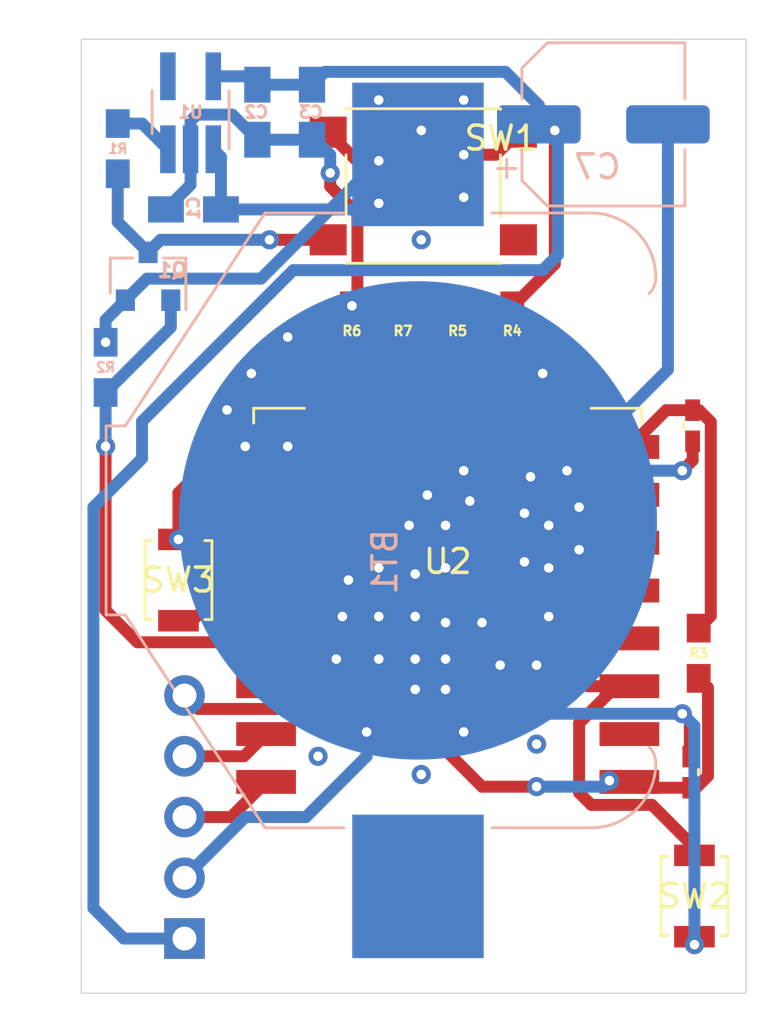
<source format=kicad_pcb>
(kicad_pcb (version 20171130) (host pcbnew "(5.1.9)-1")

  (general
    (thickness 1.6)
    (drawings 5)
    (tracks 205)
    (zones 0)
    (modules 21)
    (nets 14)
  )

  (page A4)
  (layers
    (0 F.Cu signal)
    (31 B.Cu signal)
    (32 B.Adhes user)
    (33 F.Adhes user)
    (34 B.Paste user)
    (35 F.Paste user)
    (36 B.SilkS user)
    (37 F.SilkS user)
    (38 B.Mask user)
    (39 F.Mask user)
    (40 Dwgs.User user)
    (41 Cmts.User user)
    (42 Eco1.User user)
    (43 Eco2.User user)
    (44 Edge.Cuts user)
    (45 Margin user)
    (46 B.CrtYd user)
    (47 F.CrtYd user)
    (48 B.Fab user)
    (49 F.Fab user)
  )

  (setup
    (last_trace_width 0.5)
    (user_trace_width 0.5)
    (trace_clearance 0.2)
    (zone_clearance 0.508)
    (zone_45_only no)
    (trace_min 0.2)
    (via_size 0.8)
    (via_drill 0.4)
    (via_min_size 0.4)
    (via_min_drill 0.3)
    (uvia_size 0.3)
    (uvia_drill 0.1)
    (uvias_allowed no)
    (uvia_min_size 0.2)
    (uvia_min_drill 0.1)
    (edge_width 0.05)
    (segment_width 0.2)
    (pcb_text_width 0.3)
    (pcb_text_size 1.5 1.5)
    (mod_edge_width 0.12)
    (mod_text_size 1 1)
    (mod_text_width 0.15)
    (pad_size 1.524 1.524)
    (pad_drill 0.762)
    (pad_to_mask_clearance 0)
    (aux_axis_origin 0 0)
    (visible_elements 7FFFFFFF)
    (pcbplotparams
      (layerselection 0x010fc_ffffffff)
      (usegerberextensions false)
      (usegerberattributes true)
      (usegerberadvancedattributes true)
      (creategerberjobfile true)
      (excludeedgelayer true)
      (linewidth 0.100000)
      (plotframeref false)
      (viasonmask false)
      (mode 1)
      (useauxorigin false)
      (hpglpennumber 1)
      (hpglpenspeed 20)
      (hpglpendiameter 15.000000)
      (psnegative false)
      (psa4output false)
      (plotreference true)
      (plotvalue true)
      (plotinvisibletext false)
      (padsonsilk false)
      (subtractmaskfromsilk false)
      (outputformat 1)
      (mirror false)
      (drillshape 1)
      (scaleselection 1)
      (outputdirectory ""))
  )

  (net 0 "")
  (net 1 /GND)
  (net 2 "Net-(BT1-Pad1)")
  (net 3 "Net-(C2-Pad1)")
  (net 4 "Net-(C4-Pad2)")
  (net 5 "Net-(J1-Pad4)")
  (net 6 "Net-(J1-Pad3)")
  (net 7 "Net-(Q1-Pad3)")
  (net 8 "Net-(Q1-Pad1)")
  (net 9 "Net-(R1-Pad2)")
  (net 10 "Net-(R4-Pad1)")
  (net 11 "Net-(R5-Pad2)")
  (net 12 "Net-(R6-Pad1)")
  (net 13 "Net-(R7-Pad2)")

  (net_class Default "This is the default net class."
    (clearance 0.2)
    (trace_width 0.25)
    (via_dia 0.8)
    (via_drill 0.4)
    (uvia_dia 0.3)
    (uvia_drill 0.1)
    (add_net /GND)
    (add_net "Net-(BT1-Pad1)")
    (add_net "Net-(C2-Pad1)")
    (add_net "Net-(C4-Pad2)")
    (add_net "Net-(J1-Pad3)")
    (add_net "Net-(J1-Pad4)")
    (add_net "Net-(Q1-Pad1)")
    (add_net "Net-(Q1-Pad3)")
    (add_net "Net-(R1-Pad2)")
    (add_net "Net-(R4-Pad1)")
    (add_net "Net-(R5-Pad2)")
    (add_net "Net-(R6-Pad1)")
    (add_net "Net-(R7-Pad2)")
  )

  (module Button_Switch_SMD:SW_SPST_PTS645 (layer F.Cu) (tedit 5A02FC95) (tstamp 6042CDE4)
    (at 165.184 87.92)
    (descr "C&K Components SPST SMD PTS645 Series 6mm Tact Switch")
    (tags "SPST Button Switch")
    (path /60433650)
    (attr smd)
    (fp_text reference SW1 (at 3.25 -2) (layer F.SilkS)
      (effects (font (size 1 1) (thickness 0.15)))
    )
    (fp_text value SW_Push (at 3.75 6.7) (layer F.Fab)
      (effects (font (size 1 1) (thickness 0.15)))
    )
    (fp_circle (center 0 0) (end 1.75 -0.05) (layer F.Fab) (width 0.1))
    (fp_line (start -3.23 3.23) (end 3.23 3.23) (layer F.SilkS) (width 0.12))
    (fp_line (start -3.23 -1.3) (end -3.23 1.3) (layer F.SilkS) (width 0.12))
    (fp_line (start -3.23 -3.23) (end 3.23 -3.23) (layer F.SilkS) (width 0.12))
    (fp_line (start 3.23 -1.3) (end 3.23 1.3) (layer F.SilkS) (width 0.12))
    (fp_line (start -3.23 -3.2) (end -3.23 -3.23) (layer F.SilkS) (width 0.12))
    (fp_line (start -3.23 3.23) (end -3.23 3.2) (layer F.SilkS) (width 0.12))
    (fp_line (start 3.23 3.23) (end 3.23 3.2) (layer F.SilkS) (width 0.12))
    (fp_line (start 3.23 -3.23) (end 3.23 -3.2) (layer F.SilkS) (width 0.12))
    (fp_line (start -5.05 -3.4) (end 5.05 -3.4) (layer F.CrtYd) (width 0.05))
    (fp_line (start -5.05 3.4) (end 5.05 3.4) (layer F.CrtYd) (width 0.05))
    (fp_line (start -5.05 -3.4) (end -5.05 3.4) (layer F.CrtYd) (width 0.05))
    (fp_line (start 5.05 3.4) (end 5.05 -3.4) (layer F.CrtYd) (width 0.05))
    (fp_line (start 3 -3) (end -3 -3) (layer F.Fab) (width 0.1))
    (fp_line (start 3 3) (end 3 -3) (layer F.Fab) (width 0.1))
    (fp_line (start -3 3) (end 3 3) (layer F.Fab) (width 0.1))
    (fp_line (start -3 -3) (end -3 3) (layer F.Fab) (width 0.1))
    (fp_text user %R (at 3.25 2.25) (layer F.Fab)
      (effects (font (size 1 1) (thickness 0.15)))
    )
    (pad 2 smd rect (at 3.98 2.25) (size 1.55 1.3) (layers F.Cu F.Paste F.Mask)
      (net 7 "Net-(Q1-Pad3)"))
    (pad 1 smd rect (at 3.98 -2.25) (size 1.55 1.3) (layers F.Cu F.Paste F.Mask)
      (net 2 "Net-(BT1-Pad1)"))
    (pad 1 smd rect (at -3.98 -2.25) (size 1.55 1.3) (layers F.Cu F.Paste F.Mask)
      (net 2 "Net-(BT1-Pad1)"))
    (pad 2 smd rect (at -3.98 2.25) (size 1.55 1.3) (layers F.Cu F.Paste F.Mask)
      (net 7 "Net-(Q1-Pad3)"))
    (model ${KISYS3DMOD}/Button_Switch_SMD.3dshapes/SW_SPST_PTS645.wrl
      (at (xyz 0 0 0))
      (scale (xyz 1 1 1))
      (rotate (xyz 0 0 0))
    )
  )

  (module handsolder:ESP-12Elesssilk (layer F.Cu) (tedit 60343770) (tstamp 6042CE5C)
    (at 166.20744 109.33176 180)
    (descr "Wi-Fi Module, http://wiki.ai-thinker.com/_media/esp8266/docs/aithinker_esp_12f_datasheet_en.pdf")
    (tags "Wi-Fi Module")
    (path /6042598D)
    (attr smd)
    (fp_text reference U2 (at 0 5.715 180) (layer F.SilkS)
      (effects (font (size 1 1) (thickness 0.15)))
    )
    (fp_text value ESP-12E (at -0.06 -12.78 180) (layer F.Fab)
      (effects (font (size 1 1) (thickness 0.15)))
    )
    (fp_line (start -8 -12) (end 8 -12) (layer F.Fab) (width 0.12))
    (fp_line (start 8 -12) (end 8 12) (layer F.Fab) (width 0.12))
    (fp_line (start 8 12) (end -8 12) (layer F.Fab) (width 0.12))
    (fp_line (start -8 12) (end -8 -3) (layer F.Fab) (width 0.12))
    (fp_line (start -8 -3) (end -7.5 -3.5) (layer F.Fab) (width 0.12))
    (fp_line (start -7.5 -3.5) (end -8 -4) (layer F.Fab) (width 0.12))
    (fp_line (start -8 -4) (end -8 -12) (layer F.Fab) (width 0.12))
    (fp_line (start -9.05 -12.2) (end 9.05 -12.2) (layer F.CrtYd) (width 0.05))
    (fp_line (start 9.05 -12.2) (end 9.05 13.1) (layer F.CrtYd) (width 0.05))
    (fp_line (start 9.05 13.1) (end -9.05 13.1) (layer F.CrtYd) (width 0.05))
    (fp_line (start -9.05 13.1) (end -9.05 -12.2) (layer F.CrtYd) (width 0.05))
    (fp_line (start 8.12 11.5) (end 8.12 12.12) (layer F.SilkS) (width 0.12))
    (fp_line (start 8.12 12.12) (end 6 12.12) (layer F.SilkS) (width 0.12))
    (fp_line (start -6 12.12) (end -8.12 12.12) (layer F.SilkS) (width 0.12))
    (fp_line (start -8.12 12.12) (end -8.12 11.5) (layer F.SilkS) (width 0.12))
    (fp_line (start -8.12 -12.12) (end 8.12 -12.12) (layer Dwgs.User) (width 0.12))
    (fp_line (start 8.12 -12.12) (end 8.12 -4.8) (layer Dwgs.User) (width 0.12))
    (fp_line (start 8.12 -4.8) (end -8.12 -4.8) (layer Dwgs.User) (width 0.12))
    (fp_line (start -8.12 -4.8) (end -8.12 -12.12) (layer Dwgs.User) (width 0.12))
    (fp_line (start -8.12 -9.12) (end -5.12 -12.12) (layer Dwgs.User) (width 0.12))
    (fp_line (start -8.12 -6.12) (end -2.12 -12.12) (layer Dwgs.User) (width 0.12))
    (fp_line (start -6.44 -4.8) (end 0.88 -12.12) (layer Dwgs.User) (width 0.12))
    (fp_line (start -3.44 -4.8) (end 3.88 -12.12) (layer Dwgs.User) (width 0.12))
    (fp_line (start -0.44 -4.8) (end 6.88 -12.12) (layer Dwgs.User) (width 0.12))
    (fp_line (start 2.56 -4.8) (end 8.12 -10.36) (layer Dwgs.User) (width 0.12))
    (fp_line (start 5.56 -4.8) (end 8.12 -7.36) (layer Dwgs.User) (width 0.12))
    (fp_text user %R (at 0.49 -0.8 180) (layer F.Fab)
      (effects (font (size 1 1) (thickness 0.15)))
    )
    (fp_text user "KEEP-OUT ZONE" (at 0.03 -9.55) (layer Cmts.User)
      (effects (font (size 1 1) (thickness 0.15)))
    )
    (fp_text user Antenna (at -0.06 -7) (layer Cmts.User)
      (effects (font (size 1 1) (thickness 0.15)))
    )
    (pad 22 smd rect (at 7.6 -3.5 180) (size 2.5 1) (layers F.Cu F.Paste F.Mask)
      (net 6 "Net-(J1-Pad3)"))
    (pad 21 smd rect (at 7.6 -1.5 180) (size 2.5 1) (layers F.Cu F.Paste F.Mask)
      (net 5 "Net-(J1-Pad4)"))
    (pad 20 smd rect (at 7.6 0.5 180) (size 2.5 1) (layers F.Cu F.Paste F.Mask))
    (pad 19 smd rect (at 7.6 2.5 180) (size 2.5 1) (layers F.Cu F.Paste F.Mask)
      (net 8 "Net-(Q1-Pad1)"))
    (pad 18 smd rect (at 7.6 4.5 180) (size 2.5 1) (layers F.Cu F.Paste F.Mask)
      (net 11 "Net-(R5-Pad2)"))
    (pad 17 smd rect (at 7.6 6.5 180) (size 2.5 1) (layers F.Cu F.Paste F.Mask)
      (net 13 "Net-(R7-Pad2)"))
    (pad 16 smd rect (at 7.6 8.5 180) (size 2.5 1) (layers F.Cu F.Paste F.Mask)
      (net 12 "Net-(R6-Pad1)"))
    (pad 15 smd rect (at 7.6 10.5 180) (size 2.5 1) (layers F.Cu F.Paste F.Mask)
      (net 1 /GND))
    (pad 14 smd rect (at 5 12 180) (size 1 1.8) (layers F.Cu F.Paste F.Mask))
    (pad 13 smd rect (at 3 12 180) (size 1 1.8) (layers F.Cu F.Paste F.Mask))
    (pad 12 smd rect (at 1 12 180) (size 1 1.8) (layers F.Cu F.Paste F.Mask))
    (pad 11 smd rect (at -1 12 180) (size 1 1.8) (layers F.Cu F.Paste F.Mask))
    (pad 10 smd rect (at -3 12 180) (size 1 1.8) (layers F.Cu F.Paste F.Mask))
    (pad 9 smd rect (at -5 12 180) (size 1 1.8) (layers F.Cu F.Paste F.Mask))
    (pad 8 smd rect (at -7.6 10.5 180) (size 2.5 1) (layers F.Cu F.Paste F.Mask)
      (net 3 "Net-(C2-Pad1)"))
    (pad 7 smd rect (at -7.6 8.5 180) (size 2.5 1) (layers F.Cu F.Paste F.Mask))
    (pad 6 smd rect (at -7.6 6.5 180) (size 2.5 1) (layers F.Cu F.Paste F.Mask))
    (pad 5 smd rect (at -7.6 4.5 180) (size 2.5 1) (layers F.Cu F.Paste F.Mask))
    (pad 4 smd rect (at -7.6 2.5 180) (size 2.5 1) (layers F.Cu F.Paste F.Mask))
    (pad 3 smd rect (at -7.6 0.5 180) (size 2.5 1) (layers F.Cu F.Paste F.Mask)
      (net 10 "Net-(R4-Pad1)"))
    (pad 2 smd rect (at -7.6 -1.5 180) (size 2.5 1) (layers F.Cu F.Paste F.Mask))
    (pad 1 smd rect (at -7.6 -3.5 180) (size 2.5 1) (layers F.Cu F.Paste F.Mask)
      (net 4 "Net-(C4-Pad2)"))
    (model ${KISYS3DMOD}/RF_Module.3dshapes/ESP-12E.wrl
      (at (xyz 0 0 0))
      (scale (xyz 1 1 1))
      (rotate (xyz 0 0 0))
    )
  )

  (module handsolder:SOT-23-5_HandSolderingmod (layer B.Cu) (tedit 6035922E) (tstamp 6042CE25)
    (at 155.448 84.836 90)
    (descr "5-pin SOT23 package")
    (tags "SOT-23-5 hand-soldering")
    (path /604275D7)
    (attr smd)
    (fp_text reference U1 (at 0 0 180) (layer B.SilkS)
      (effects (font (size 0.5 0.5) (thickness 0.125)) (justify mirror))
    )
    (fp_text value AP2112K-3.3 (at 10.287 -1.143 90) (layer B.SilkS) hide
      (effects (font (size 1 1) (thickness 0.15)) (justify mirror))
    )
    (fp_line (start -0.9 -1.61) (end 0.9 -1.61) (layer B.SilkS) (width 0.12))
    (fp_line (start 0.9 1.61) (end -1.55 1.61) (layer B.SilkS) (width 0.12))
    (fp_line (start -0.9 0.9) (end -0.25 1.55) (layer B.Fab) (width 0.1))
    (fp_line (start 0.9 1.55) (end -0.25 1.55) (layer B.Fab) (width 0.1))
    (fp_line (start -0.9 0.9) (end -0.9 -1.55) (layer B.Fab) (width 0.1))
    (fp_line (start 0.9 -1.55) (end -0.9 -1.55) (layer B.Fab) (width 0.1))
    (fp_line (start 0.9 1.55) (end 0.9 -1.55) (layer B.Fab) (width 0.1))
    (fp_line (start -2.38 1.8) (end 2.38 1.8) (layer B.CrtYd) (width 0.05))
    (fp_line (start -2.38 1.8) (end -2.38 -1.8) (layer B.CrtYd) (width 0.05))
    (fp_line (start 2.38 -1.8) (end 2.38 1.8) (layer B.CrtYd) (width 0.05))
    (fp_line (start 2.38 -1.8) (end -2.38 -1.8) (layer B.CrtYd) (width 0.05))
    (fp_text user %R (at 0 0) (layer B.Fab)
      (effects (font (size 0.5 0.5) (thickness 0.075)) (justify mirror))
    )
    (pad 5 smd rect (at 1.5 0.95 90) (size 2 0.65) (layers B.Cu B.Paste B.Mask)
      (net 3 "Net-(C2-Pad1)"))
    (pad 4 smd rect (at 1.5 -0.95 90) (size 2 0.65) (layers B.Cu B.Paste B.Mask))
    (pad 3 smd rect (at -1.55 -0.95 90) (size 2 0.65) (layers B.Cu B.Paste B.Mask)
      (net 9 "Net-(R1-Pad2)"))
    (pad 2 smd trapezoid (at -1.55 0 90) (size 2 0.65) (layers B.Cu B.Paste B.Mask)
      (net 1 /GND))
    (pad 1 smd rect (at -1.55 0.95 90) (size 2 0.65) (layers B.Cu B.Paste B.Mask)
      (net 2 "Net-(BT1-Pad1)"))
    (model ${KISYS3DMOD}/Package_TO_SOT_SMD.3dshapes/SOT-23-5.wrl
      (at (xyz 0 0 0))
      (scale (xyz 1 1 1))
      (rotate (xyz 0 0 0))
    )
  )

  (module Button_Switch_SMD:SW_SPST_B3U-1000P (layer F.Cu) (tedit 5A02FC95) (tstamp 6042CE10)
    (at 154.94 104.394 90)
    (descr "Ultra-small-sized Tactile Switch with High Contact Reliability, Top-actuated Model, without Ground Terminal, without Boss")
    (tags "Tactile Switch")
    (path /60450F7D)
    (attr smd)
    (fp_text reference SW3 (at 0 0 180) (layer F.SilkS)
      (effects (font (size 1 1) (thickness 0.15)))
    )
    (fp_text value SW_Push (at 0 2.5 90) (layer F.Fab)
      (effects (font (size 1 1) (thickness 0.15)))
    )
    (fp_circle (center 0 0) (end 0.75 0) (layer F.Fab) (width 0.1))
    (fp_line (start -1.5 1.25) (end -1.5 -1.25) (layer F.Fab) (width 0.1))
    (fp_line (start 1.5 1.25) (end -1.5 1.25) (layer F.Fab) (width 0.1))
    (fp_line (start 1.5 -1.25) (end 1.5 1.25) (layer F.Fab) (width 0.1))
    (fp_line (start -1.5 -1.25) (end 1.5 -1.25) (layer F.Fab) (width 0.1))
    (fp_line (start 1.65 -1.4) (end 1.65 -1.1) (layer F.SilkS) (width 0.12))
    (fp_line (start -1.65 -1.4) (end 1.65 -1.4) (layer F.SilkS) (width 0.12))
    (fp_line (start -1.65 -1.1) (end -1.65 -1.4) (layer F.SilkS) (width 0.12))
    (fp_line (start 1.65 1.4) (end 1.65 1.1) (layer F.SilkS) (width 0.12))
    (fp_line (start -1.65 1.4) (end 1.65 1.4) (layer F.SilkS) (width 0.12))
    (fp_line (start -1.65 1.1) (end -1.65 1.4) (layer F.SilkS) (width 0.12))
    (fp_line (start -2.4 -1.65) (end -2.4 1.65) (layer F.CrtYd) (width 0.05))
    (fp_line (start 2.4 -1.65) (end -2.4 -1.65) (layer F.CrtYd) (width 0.05))
    (fp_line (start 2.4 1.65) (end 2.4 -1.65) (layer F.CrtYd) (width 0.05))
    (fp_line (start -2.4 1.65) (end 2.4 1.65) (layer F.CrtYd) (width 0.05))
    (fp_text user %R (at 0 -2.5 90) (layer F.Fab)
      (effects (font (size 1 1) (thickness 0.15)))
    )
    (pad 2 smd rect (at 1.7 0 90) (size 0.9 1.7) (layers F.Cu F.Paste F.Mask)
      (net 1 /GND))
    (pad 1 smd rect (at -1.7 0 90) (size 0.9 1.7) (layers F.Cu F.Paste F.Mask)
      (net 11 "Net-(R5-Pad2)"))
    (model ${KISYS3DMOD}/Button_Switch_SMD.3dshapes/SW_SPST_B3U-1000P.wrl
      (at (xyz 0 0 0))
      (scale (xyz 1 1 1))
      (rotate (xyz 0 0 0))
    )
  )

  (module Button_Switch_SMD:SW_SPST_B3U-1000P (layer F.Cu) (tedit 5A02FC95) (tstamp 6042CDFA)
    (at 176.53 117.602 90)
    (descr "Ultra-small-sized Tactile Switch with High Contact Reliability, Top-actuated Model, without Ground Terminal, without Boss")
    (tags "Tactile Switch")
    (path /6045534D)
    (attr smd)
    (fp_text reference SW2 (at 0 0 180) (layer F.SilkS)
      (effects (font (size 1 1) (thickness 0.15)))
    )
    (fp_text value SW_Push (at 0 2.5 90) (layer F.Fab)
      (effects (font (size 1 1) (thickness 0.15)))
    )
    (fp_circle (center 0 0) (end 0.75 0) (layer F.Fab) (width 0.1))
    (fp_line (start -1.5 1.25) (end -1.5 -1.25) (layer F.Fab) (width 0.1))
    (fp_line (start 1.5 1.25) (end -1.5 1.25) (layer F.Fab) (width 0.1))
    (fp_line (start 1.5 -1.25) (end 1.5 1.25) (layer F.Fab) (width 0.1))
    (fp_line (start -1.5 -1.25) (end 1.5 -1.25) (layer F.Fab) (width 0.1))
    (fp_line (start 1.65 -1.4) (end 1.65 -1.1) (layer F.SilkS) (width 0.12))
    (fp_line (start -1.65 -1.4) (end 1.65 -1.4) (layer F.SilkS) (width 0.12))
    (fp_line (start -1.65 -1.1) (end -1.65 -1.4) (layer F.SilkS) (width 0.12))
    (fp_line (start 1.65 1.4) (end 1.65 1.1) (layer F.SilkS) (width 0.12))
    (fp_line (start -1.65 1.4) (end 1.65 1.4) (layer F.SilkS) (width 0.12))
    (fp_line (start -1.65 1.1) (end -1.65 1.4) (layer F.SilkS) (width 0.12))
    (fp_line (start -2.4 -1.65) (end -2.4 1.65) (layer F.CrtYd) (width 0.05))
    (fp_line (start 2.4 -1.65) (end -2.4 -1.65) (layer F.CrtYd) (width 0.05))
    (fp_line (start 2.4 1.65) (end 2.4 -1.65) (layer F.CrtYd) (width 0.05))
    (fp_line (start -2.4 1.65) (end 2.4 1.65) (layer F.CrtYd) (width 0.05))
    (fp_text user %R (at 0 -2.5 90) (layer F.Fab)
      (effects (font (size 1 1) (thickness 0.15)))
    )
    (pad 2 smd rect (at 1.7 0 90) (size 0.9 1.7) (layers F.Cu F.Paste F.Mask)
      (net 10 "Net-(R4-Pad1)"))
    (pad 1 smd rect (at -1.7 0 90) (size 0.9 1.7) (layers F.Cu F.Paste F.Mask)
      (net 1 /GND))
    (model ${KISYS3DMOD}/Button_Switch_SMD.3dshapes/SW_SPST_B3U-1000P.wrl
      (at (xyz 0 0 0))
      (scale (xyz 1 1 1))
      (rotate (xyz 0 0 0))
    )
  )

  (module handsolder:R_0603_1608Metric_Pad0.98x0.95mm_HandSolder_mod (layer F.Cu) (tedit 603590E8) (tstamp 6042CDC5)
    (at 164.338 93.98 270)
    (descr "Resistor SMD 0603 (1608 Metric), square (rectangular) end terminal, IPC_7351 nominal with elongated pad for handsoldering. (Body size source: IPC-SM-782 page 72, https://www.pcb-3d.com/wordpress/wp-content/uploads/ipc-sm-782a_amendment_1_and_2.pdf), generated with kicad-footprint-generator")
    (tags "resistor handsolder")
    (path /6044397E)
    (attr smd)
    (fp_text reference R7 (at 0 0 180) (layer F.SilkS)
      (effects (font (size 0.4 0.4) (thickness 0.1)))
    )
    (fp_text value 10k (at 0 1.43 90) (layer F.Fab)
      (effects (font (size 1 1) (thickness 0.15)))
    )
    (fp_line (start -0.8 0.4125) (end -0.8 -0.4125) (layer F.Fab) (width 0.1))
    (fp_line (start -0.8 -0.4125) (end 0.8 -0.4125) (layer F.Fab) (width 0.1))
    (fp_line (start 0.8 -0.4125) (end 0.8 0.4125) (layer F.Fab) (width 0.1))
    (fp_line (start 0.8 0.4125) (end -0.8 0.4125) (layer F.Fab) (width 0.1))
    (fp_line (start -1.65 0.73) (end -1.65 -0.73) (layer F.CrtYd) (width 0.05))
    (fp_line (start -1.65 -0.73) (end 1.65 -0.73) (layer F.CrtYd) (width 0.05))
    (fp_line (start 1.65 -0.73) (end 1.65 0.73) (layer F.CrtYd) (width 0.05))
    (fp_line (start 1.65 0.73) (end -1.65 0.73) (layer F.CrtYd) (width 0.05))
    (fp_text user %R (at 0 0 90) (layer F.Fab)
      (effects (font (size 0.4 0.4) (thickness 0.06)))
    )
    (pad 2 smd rect (at 1.05 0 270) (size 1.2 1) (layers F.Cu F.Paste F.Mask)
      (net 13 "Net-(R7-Pad2)"))
    (pad 1 smd rect (at -1.05 0 270) (size 1.2 1) (layers F.Cu F.Paste F.Mask)
      (net 3 "Net-(C2-Pad1)"))
    (model ${KISYS3DMOD}/Resistor_SMD.3dshapes/R_0603_1608Metric.wrl
      (at (xyz 0 0 0))
      (scale (xyz 1 1 1))
      (rotate (xyz 0 0 0))
    )
  )

  (module handsolder:R_0603_1608Metric_Pad0.98x0.95mm_HandSolder_mod (layer F.Cu) (tedit 603590E8) (tstamp 6042CDB6)
    (at 162.19932 93.98 90)
    (descr "Resistor SMD 0603 (1608 Metric), square (rectangular) end terminal, IPC_7351 nominal with elongated pad for handsoldering. (Body size source: IPC-SM-782 page 72, https://www.pcb-3d.com/wordpress/wp-content/uploads/ipc-sm-782a_amendment_1_and_2.pdf), generated with kicad-footprint-generator")
    (tags "resistor handsolder")
    (path /60443205)
    (attr smd)
    (fp_text reference R6 (at 0 0 180) (layer F.SilkS)
      (effects (font (size 0.4 0.4) (thickness 0.1)))
    )
    (fp_text value 10k (at 0 1.43 90) (layer F.Fab)
      (effects (font (size 1 1) (thickness 0.15)))
    )
    (fp_line (start -0.8 0.4125) (end -0.8 -0.4125) (layer F.Fab) (width 0.1))
    (fp_line (start -0.8 -0.4125) (end 0.8 -0.4125) (layer F.Fab) (width 0.1))
    (fp_line (start 0.8 -0.4125) (end 0.8 0.4125) (layer F.Fab) (width 0.1))
    (fp_line (start 0.8 0.4125) (end -0.8 0.4125) (layer F.Fab) (width 0.1))
    (fp_line (start -1.65 0.73) (end -1.65 -0.73) (layer F.CrtYd) (width 0.05))
    (fp_line (start -1.65 -0.73) (end 1.65 -0.73) (layer F.CrtYd) (width 0.05))
    (fp_line (start 1.65 -0.73) (end 1.65 0.73) (layer F.CrtYd) (width 0.05))
    (fp_line (start 1.65 0.73) (end -1.65 0.73) (layer F.CrtYd) (width 0.05))
    (fp_text user %R (at 0 0 90) (layer F.Fab)
      (effects (font (size 0.4 0.4) (thickness 0.06)))
    )
    (pad 2 smd rect (at 1.05 0 90) (size 1.2 1) (layers F.Cu F.Paste F.Mask)
      (net 1 /GND))
    (pad 1 smd rect (at -1.05 0 90) (size 1.2 1) (layers F.Cu F.Paste F.Mask)
      (net 12 "Net-(R6-Pad1)"))
    (model ${KISYS3DMOD}/Resistor_SMD.3dshapes/R_0603_1608Metric.wrl
      (at (xyz 0 0 0))
      (scale (xyz 1 1 1))
      (rotate (xyz 0 0 0))
    )
  )

  (module handsolder:R_0603_1608Metric_Pad0.98x0.95mm_HandSolder_mod (layer F.Cu) (tedit 603590E8) (tstamp 6042CDA7)
    (at 166.624 93.98 270)
    (descr "Resistor SMD 0603 (1608 Metric), square (rectangular) end terminal, IPC_7351 nominal with elongated pad for handsoldering. (Body size source: IPC-SM-782 page 72, https://www.pcb-3d.com/wordpress/wp-content/uploads/ipc-sm-782a_amendment_1_and_2.pdf), generated with kicad-footprint-generator")
    (tags "resistor handsolder")
    (path /60443CDA)
    (attr smd)
    (fp_text reference R5 (at 0 0 180) (layer F.SilkS)
      (effects (font (size 0.4 0.4) (thickness 0.1)))
    )
    (fp_text value 10k (at 0 1.43 90) (layer F.Fab)
      (effects (font (size 1 1) (thickness 0.15)))
    )
    (fp_line (start -0.8 0.4125) (end -0.8 -0.4125) (layer F.Fab) (width 0.1))
    (fp_line (start -0.8 -0.4125) (end 0.8 -0.4125) (layer F.Fab) (width 0.1))
    (fp_line (start 0.8 -0.4125) (end 0.8 0.4125) (layer F.Fab) (width 0.1))
    (fp_line (start 0.8 0.4125) (end -0.8 0.4125) (layer F.Fab) (width 0.1))
    (fp_line (start -1.65 0.73) (end -1.65 -0.73) (layer F.CrtYd) (width 0.05))
    (fp_line (start -1.65 -0.73) (end 1.65 -0.73) (layer F.CrtYd) (width 0.05))
    (fp_line (start 1.65 -0.73) (end 1.65 0.73) (layer F.CrtYd) (width 0.05))
    (fp_line (start 1.65 0.73) (end -1.65 0.73) (layer F.CrtYd) (width 0.05))
    (fp_text user %R (at 0 0 90) (layer F.Fab)
      (effects (font (size 0.4 0.4) (thickness 0.06)))
    )
    (pad 2 smd rect (at 1.05 0 270) (size 1.2 1) (layers F.Cu F.Paste F.Mask)
      (net 11 "Net-(R5-Pad2)"))
    (pad 1 smd rect (at -1.05 0 270) (size 1.2 1) (layers F.Cu F.Paste F.Mask)
      (net 3 "Net-(C2-Pad1)"))
    (model ${KISYS3DMOD}/Resistor_SMD.3dshapes/R_0603_1608Metric.wrl
      (at (xyz 0 0 0))
      (scale (xyz 1 1 1))
      (rotate (xyz 0 0 0))
    )
  )

  (module handsolder:R_0603_1608Metric_Pad0.98x0.95mm_HandSolder_mod (layer F.Cu) (tedit 603590E8) (tstamp 6042CD98)
    (at 168.91 93.98 90)
    (descr "Resistor SMD 0603 (1608 Metric), square (rectangular) end terminal, IPC_7351 nominal with elongated pad for handsoldering. (Body size source: IPC-SM-782 page 72, https://www.pcb-3d.com/wordpress/wp-content/uploads/ipc-sm-782a_amendment_1_and_2.pdf), generated with kicad-footprint-generator")
    (tags "resistor handsolder")
    (path /60444489)
    (attr smd)
    (fp_text reference R4 (at 0 0 180) (layer F.SilkS)
      (effects (font (size 0.4 0.4) (thickness 0.1)))
    )
    (fp_text value 10k (at 0 1.43 90) (layer F.Fab)
      (effects (font (size 1 1) (thickness 0.15)))
    )
    (fp_line (start -0.8 0.4125) (end -0.8 -0.4125) (layer F.Fab) (width 0.1))
    (fp_line (start -0.8 -0.4125) (end 0.8 -0.4125) (layer F.Fab) (width 0.1))
    (fp_line (start 0.8 -0.4125) (end 0.8 0.4125) (layer F.Fab) (width 0.1))
    (fp_line (start 0.8 0.4125) (end -0.8 0.4125) (layer F.Fab) (width 0.1))
    (fp_line (start -1.65 0.73) (end -1.65 -0.73) (layer F.CrtYd) (width 0.05))
    (fp_line (start -1.65 -0.73) (end 1.65 -0.73) (layer F.CrtYd) (width 0.05))
    (fp_line (start 1.65 -0.73) (end 1.65 0.73) (layer F.CrtYd) (width 0.05))
    (fp_line (start 1.65 0.73) (end -1.65 0.73) (layer F.CrtYd) (width 0.05))
    (fp_text user %R (at 0 0 90) (layer F.Fab)
      (effects (font (size 0.4 0.4) (thickness 0.06)))
    )
    (pad 2 smd rect (at 1.05 0 90) (size 1.2 1) (layers F.Cu F.Paste F.Mask)
      (net 3 "Net-(C2-Pad1)"))
    (pad 1 smd rect (at -1.05 0 90) (size 1.2 1) (layers F.Cu F.Paste F.Mask)
      (net 10 "Net-(R4-Pad1)"))
    (model ${KISYS3DMOD}/Resistor_SMD.3dshapes/R_0603_1608Metric.wrl
      (at (xyz 0 0 0))
      (scale (xyz 1 1 1))
      (rotate (xyz 0 0 0))
    )
  )

  (module handsolder:R_0603_1608Metric_Pad0.98x0.95mm_HandSolder_mod (layer F.Cu) (tedit 603590E8) (tstamp 6042CD89)
    (at 176.7078 107.45372 270)
    (descr "Resistor SMD 0603 (1608 Metric), square (rectangular) end terminal, IPC_7351 nominal with elongated pad for handsoldering. (Body size source: IPC-SM-782 page 72, https://www.pcb-3d.com/wordpress/wp-content/uploads/ipc-sm-782a_amendment_1_and_2.pdf), generated with kicad-footprint-generator")
    (tags "resistor handsolder")
    (path /60443FC8)
    (attr smd)
    (fp_text reference R3 (at 0 0 180) (layer F.SilkS)
      (effects (font (size 0.4 0.4) (thickness 0.1)))
    )
    (fp_text value 10k (at 0 1.43 90) (layer F.Fab)
      (effects (font (size 1 1) (thickness 0.15)))
    )
    (fp_line (start -0.8 0.4125) (end -0.8 -0.4125) (layer F.Fab) (width 0.1))
    (fp_line (start -0.8 -0.4125) (end 0.8 -0.4125) (layer F.Fab) (width 0.1))
    (fp_line (start 0.8 -0.4125) (end 0.8 0.4125) (layer F.Fab) (width 0.1))
    (fp_line (start 0.8 0.4125) (end -0.8 0.4125) (layer F.Fab) (width 0.1))
    (fp_line (start -1.65 0.73) (end -1.65 -0.73) (layer F.CrtYd) (width 0.05))
    (fp_line (start -1.65 -0.73) (end 1.65 -0.73) (layer F.CrtYd) (width 0.05))
    (fp_line (start 1.65 -0.73) (end 1.65 0.73) (layer F.CrtYd) (width 0.05))
    (fp_line (start 1.65 0.73) (end -1.65 0.73) (layer F.CrtYd) (width 0.05))
    (fp_text user %R (at 0 0 90) (layer F.Fab)
      (effects (font (size 0.4 0.4) (thickness 0.06)))
    )
    (pad 2 smd rect (at 1.05 0 270) (size 1.2 1) (layers F.Cu F.Paste F.Mask)
      (net 4 "Net-(C4-Pad2)"))
    (pad 1 smd rect (at -1.05 0 270) (size 1.2 1) (layers F.Cu F.Paste F.Mask)
      (net 3 "Net-(C2-Pad1)"))
    (model ${KISYS3DMOD}/Resistor_SMD.3dshapes/R_0603_1608Metric.wrl
      (at (xyz 0 0 0))
      (scale (xyz 1 1 1))
      (rotate (xyz 0 0 0))
    )
  )

  (module handsolder:R_0603_1608Metric_Pad0.98x0.95mm_HandSolder_mod (layer B.Cu) (tedit 603590E8) (tstamp 6042CD7A)
    (at 151.892 95.504 90)
    (descr "Resistor SMD 0603 (1608 Metric), square (rectangular) end terminal, IPC_7351 nominal with elongated pad for handsoldering. (Body size source: IPC-SM-782 page 72, https://www.pcb-3d.com/wordpress/wp-content/uploads/ipc-sm-782a_amendment_1_and_2.pdf), generated with kicad-footprint-generator")
    (tags "resistor handsolder")
    (path /6043A8E4)
    (attr smd)
    (fp_text reference R2 (at 0 0) (layer B.SilkS)
      (effects (font (size 0.4 0.4) (thickness 0.1)) (justify mirror))
    )
    (fp_text value 10k (at 0 -1.43 90) (layer B.Fab)
      (effects (font (size 1 1) (thickness 0.15)) (justify mirror))
    )
    (fp_line (start -0.8 -0.4125) (end -0.8 0.4125) (layer B.Fab) (width 0.1))
    (fp_line (start -0.8 0.4125) (end 0.8 0.4125) (layer B.Fab) (width 0.1))
    (fp_line (start 0.8 0.4125) (end 0.8 -0.4125) (layer B.Fab) (width 0.1))
    (fp_line (start 0.8 -0.4125) (end -0.8 -0.4125) (layer B.Fab) (width 0.1))
    (fp_line (start -1.65 -0.73) (end -1.65 0.73) (layer B.CrtYd) (width 0.05))
    (fp_line (start -1.65 0.73) (end 1.65 0.73) (layer B.CrtYd) (width 0.05))
    (fp_line (start 1.65 0.73) (end 1.65 -0.73) (layer B.CrtYd) (width 0.05))
    (fp_line (start 1.65 -0.73) (end -1.65 -0.73) (layer B.CrtYd) (width 0.05))
    (fp_text user %R (at 0 0 90) (layer B.Fab)
      (effects (font (size 0.4 0.4) (thickness 0.06)) (justify mirror))
    )
    (pad 2 smd rect (at 1.05 0 90) (size 1.2 1) (layers B.Cu B.Paste B.Mask)
      (net 2 "Net-(BT1-Pad1)"))
    (pad 1 smd rect (at -1.05 0 90) (size 1.2 1) (layers B.Cu B.Paste B.Mask)
      (net 8 "Net-(Q1-Pad1)"))
    (model ${KISYS3DMOD}/Resistor_SMD.3dshapes/R_0603_1608Metric.wrl
      (at (xyz 0 0 0))
      (scale (xyz 1 1 1))
      (rotate (xyz 0 0 0))
    )
  )

  (module handsolder:R_0603_1608Metric_Pad0.98x0.95mm_HandSolder_mod (layer B.Cu) (tedit 603590E8) (tstamp 6042CD6B)
    (at 152.4 86.36 90)
    (descr "Resistor SMD 0603 (1608 Metric), square (rectangular) end terminal, IPC_7351 nominal with elongated pad for handsoldering. (Body size source: IPC-SM-782 page 72, https://www.pcb-3d.com/wordpress/wp-content/uploads/ipc-sm-782a_amendment_1_and_2.pdf), generated with kicad-footprint-generator")
    (tags "resistor handsolder")
    (path /604399BD)
    (attr smd)
    (fp_text reference R1 (at 0 0 180) (layer B.SilkS)
      (effects (font (size 0.4 0.4) (thickness 0.1)) (justify mirror))
    )
    (fp_text value 10k (at 0 -1.43 270) (layer B.Fab)
      (effects (font (size 1 1) (thickness 0.15)) (justify mirror))
    )
    (fp_line (start -0.8 -0.4125) (end -0.8 0.4125) (layer B.Fab) (width 0.1))
    (fp_line (start -0.8 0.4125) (end 0.8 0.4125) (layer B.Fab) (width 0.1))
    (fp_line (start 0.8 0.4125) (end 0.8 -0.4125) (layer B.Fab) (width 0.1))
    (fp_line (start 0.8 -0.4125) (end -0.8 -0.4125) (layer B.Fab) (width 0.1))
    (fp_line (start -1.65 -0.73) (end -1.65 0.73) (layer B.CrtYd) (width 0.05))
    (fp_line (start -1.65 0.73) (end 1.65 0.73) (layer B.CrtYd) (width 0.05))
    (fp_line (start 1.65 0.73) (end 1.65 -0.73) (layer B.CrtYd) (width 0.05))
    (fp_line (start 1.65 -0.73) (end -1.65 -0.73) (layer B.CrtYd) (width 0.05))
    (fp_text user %R (at 0 0 270) (layer B.Fab)
      (effects (font (size 0.4 0.4) (thickness 0.06)) (justify mirror))
    )
    (pad 2 smd rect (at 1.05 0 90) (size 1.2 1) (layers B.Cu B.Paste B.Mask)
      (net 9 "Net-(R1-Pad2)"))
    (pad 1 smd rect (at -1.05 0 90) (size 1.2 1) (layers B.Cu B.Paste B.Mask)
      (net 7 "Net-(Q1-Pad3)"))
    (model ${KISYS3DMOD}/Resistor_SMD.3dshapes/R_0603_1608Metric.wrl
      (at (xyz 0 0 0))
      (scale (xyz 1 1 1))
      (rotate (xyz 0 0 0))
    )
  )

  (module Package_TO_SOT_SMD:SOT-23 (layer B.Cu) (tedit 5A02FF57) (tstamp 6042CD5C)
    (at 153.67 91.694 90)
    (descr "SOT-23, Standard")
    (tags SOT-23)
    (path /60428428)
    (attr smd)
    (fp_text reference Q1 (at 0.254 1.016) (layer B.SilkS)
      (effects (font (size 0.6 0.6) (thickness 0.15)) (justify mirror))
    )
    (fp_text value TSM2301ACX (at 0 -2.5 270) (layer B.Fab)
      (effects (font (size 1 1) (thickness 0.15)) (justify mirror))
    )
    (fp_line (start 0.76 -1.58) (end -0.7 -1.58) (layer B.SilkS) (width 0.12))
    (fp_line (start 0.76 1.58) (end -1.4 1.58) (layer B.SilkS) (width 0.12))
    (fp_line (start -1.7 -1.75) (end -1.7 1.75) (layer B.CrtYd) (width 0.05))
    (fp_line (start 1.7 -1.75) (end -1.7 -1.75) (layer B.CrtYd) (width 0.05))
    (fp_line (start 1.7 1.75) (end 1.7 -1.75) (layer B.CrtYd) (width 0.05))
    (fp_line (start -1.7 1.75) (end 1.7 1.75) (layer B.CrtYd) (width 0.05))
    (fp_line (start 0.76 1.58) (end 0.76 0.65) (layer B.SilkS) (width 0.12))
    (fp_line (start 0.76 -1.58) (end 0.76 -0.65) (layer B.SilkS) (width 0.12))
    (fp_line (start -0.7 -1.52) (end 0.7 -1.52) (layer B.Fab) (width 0.1))
    (fp_line (start 0.7 1.52) (end 0.7 -1.52) (layer B.Fab) (width 0.1))
    (fp_line (start -0.7 0.95) (end -0.15 1.52) (layer B.Fab) (width 0.1))
    (fp_line (start -0.15 1.52) (end 0.7 1.52) (layer B.Fab) (width 0.1))
    (fp_line (start -0.7 0.95) (end -0.7 -1.5) (layer B.Fab) (width 0.1))
    (fp_text user %R (at 0 0 270) (layer B.Fab)
      (effects (font (size 0.5 0.5) (thickness 0.075)) (justify mirror))
    )
    (pad 3 smd rect (at 1 0 90) (size 0.9 0.8) (layers B.Cu B.Paste B.Mask)
      (net 7 "Net-(Q1-Pad3)"))
    (pad 2 smd rect (at -1 -0.95 90) (size 0.9 0.8) (layers B.Cu B.Paste B.Mask)
      (net 2 "Net-(BT1-Pad1)"))
    (pad 1 smd rect (at -1 0.95 90) (size 0.9 0.8) (layers B.Cu B.Paste B.Mask)
      (net 8 "Net-(Q1-Pad1)"))
    (model ${KISYS3DMOD}/Package_TO_SOT_SMD.3dshapes/SOT-23.wrl
      (at (xyz 0 0 0))
      (scale (xyz 1 1 1))
      (rotate (xyz 0 0 0))
    )
  )

  (module handsolder:PinSocket_1x05_P2.54mm_Vertical_mod (layer F.Cu) (tedit 603537B0) (tstamp 6042CD47)
    (at 155.194 119.38 180)
    (descr "Through hole straight socket strip, 1x05, 2.54mm pitch, single row (from Kicad 4.0.7), script generated")
    (tags "Through hole socket strip THT 1x05 2.54mm single row")
    (path /60444EAA)
    (fp_text reference J1 (at 0 -2.77) (layer F.SilkS) hide
      (effects (font (size 1 1) (thickness 0.15)))
    )
    (fp_text value Conn_01x05_Female (at 0 12.93) (layer F.Fab)
      (effects (font (size 1 1) (thickness 0.15)))
    )
    (fp_line (start -1.27 -1.27) (end 0.635 -1.27) (layer F.Fab) (width 0.1))
    (fp_line (start 0.635 -1.27) (end 1.27 -0.635) (layer F.Fab) (width 0.1))
    (fp_line (start 1.27 -0.635) (end 1.27 11.43) (layer F.Fab) (width 0.1))
    (fp_line (start 1.27 11.43) (end -1.27 11.43) (layer F.Fab) (width 0.1))
    (fp_line (start -1.27 11.43) (end -1.27 -1.27) (layer F.Fab) (width 0.1))
    (fp_line (start -1.8 -1.8) (end 1.75 -1.8) (layer F.CrtYd) (width 0.05))
    (fp_line (start 1.75 -1.8) (end 1.75 11.9) (layer F.CrtYd) (width 0.05))
    (fp_line (start 1.75 11.9) (end -1.8 11.9) (layer F.CrtYd) (width 0.05))
    (fp_line (start -1.8 11.9) (end -1.8 -1.8) (layer F.CrtYd) (width 0.05))
    (fp_text user %R (at 0 5.08 90) (layer F.Fab)
      (effects (font (size 1 1) (thickness 0.15)))
    )
    (pad 5 thru_hole oval (at 0 10.16 180) (size 1.7 1.7) (drill 1) (layers *.Cu *.Mask)
      (net 4 "Net-(C4-Pad2)"))
    (pad 4 thru_hole oval (at 0 7.62 180) (size 1.7 1.7) (drill 1) (layers *.Cu *.Mask)
      (net 5 "Net-(J1-Pad4)"))
    (pad 3 thru_hole oval (at 0 5.08 180) (size 1.7 1.7) (drill 1) (layers *.Cu *.Mask)
      (net 6 "Net-(J1-Pad3)"))
    (pad 2 thru_hole oval (at 0 2.54 180) (size 1.7 1.7) (drill 1) (layers *.Cu *.Mask)
      (net 1 /GND))
    (pad 1 thru_hole rect (at 0 0 180) (size 1.7 1.7) (drill 1) (layers *.Cu *.Mask)
      (net 3 "Net-(C2-Pad1)"))
    (model ${KISYS3DMOD}/Connector_PinSocket_2.54mm.3dshapes/PinSocket_1x05_P2.54mm_Vertical.wrl
      (at (xyz 0 0 0))
      (scale (xyz 1 1 1))
      (rotate (xyz 0 0 0))
    )
  )

  (module Capacitor_SMD:CP_Elec_6.3x3 (layer B.Cu) (tedit 5BCA39CF) (tstamp 6042CD0C)
    (at 172.72 85.344)
    (descr "SMD capacitor, aluminum electrolytic, Nichicon, 6.3x3.0mm")
    (tags "capacitor electrolytic")
    (path /6045DD01)
    (attr smd)
    (fp_text reference C7 (at -0.254 1.778 180) (layer B.SilkS)
      (effects (font (size 1 1) (thickness 0.15)) (justify mirror))
    )
    (fp_text value 1000uF (at 0 -4.35 180) (layer B.Fab)
      (effects (font (size 1 1) (thickness 0.15)) (justify mirror))
    )
    (fp_line (start -4.7 -1.05) (end -3.55 -1.05) (layer B.CrtYd) (width 0.05))
    (fp_line (start -4.7 1.05) (end -4.7 -1.05) (layer B.CrtYd) (width 0.05))
    (fp_line (start -3.55 1.05) (end -4.7 1.05) (layer B.CrtYd) (width 0.05))
    (fp_line (start -3.55 -1.05) (end -3.55 -2.4) (layer B.CrtYd) (width 0.05))
    (fp_line (start -3.55 2.4) (end -3.55 1.05) (layer B.CrtYd) (width 0.05))
    (fp_line (start -3.55 2.4) (end -2.4 3.55) (layer B.CrtYd) (width 0.05))
    (fp_line (start -3.55 -2.4) (end -2.4 -3.55) (layer B.CrtYd) (width 0.05))
    (fp_line (start -2.4 3.55) (end 3.55 3.55) (layer B.CrtYd) (width 0.05))
    (fp_line (start -2.4 -3.55) (end 3.55 -3.55) (layer B.CrtYd) (width 0.05))
    (fp_line (start 3.55 -1.05) (end 3.55 -3.55) (layer B.CrtYd) (width 0.05))
    (fp_line (start 4.7 -1.05) (end 3.55 -1.05) (layer B.CrtYd) (width 0.05))
    (fp_line (start 4.7 1.05) (end 4.7 -1.05) (layer B.CrtYd) (width 0.05))
    (fp_line (start 3.55 1.05) (end 4.7 1.05) (layer B.CrtYd) (width 0.05))
    (fp_line (start 3.55 3.55) (end 3.55 1.05) (layer B.CrtYd) (width 0.05))
    (fp_line (start -4.04375 2.24125) (end -4.04375 1.45375) (layer B.SilkS) (width 0.12))
    (fp_line (start -4.4375 1.8475) (end -3.65 1.8475) (layer B.SilkS) (width 0.12))
    (fp_line (start -3.41 -2.345563) (end -2.345563 -3.41) (layer B.SilkS) (width 0.12))
    (fp_line (start -3.41 2.345563) (end -2.345563 3.41) (layer B.SilkS) (width 0.12))
    (fp_line (start -3.41 2.345563) (end -3.41 1.06) (layer B.SilkS) (width 0.12))
    (fp_line (start -3.41 -2.345563) (end -3.41 -1.06) (layer B.SilkS) (width 0.12))
    (fp_line (start -2.345563 -3.41) (end 3.41 -3.41) (layer B.SilkS) (width 0.12))
    (fp_line (start -2.345563 3.41) (end 3.41 3.41) (layer B.SilkS) (width 0.12))
    (fp_line (start 3.41 3.41) (end 3.41 1.06) (layer B.SilkS) (width 0.12))
    (fp_line (start 3.41 -3.41) (end 3.41 -1.06) (layer B.SilkS) (width 0.12))
    (fp_line (start -2.389838 1.645) (end -2.389838 1.015) (layer B.Fab) (width 0.1))
    (fp_line (start -2.704838 1.33) (end -2.074838 1.33) (layer B.Fab) (width 0.1))
    (fp_line (start -3.3 -2.3) (end -2.3 -3.3) (layer B.Fab) (width 0.1))
    (fp_line (start -3.3 2.3) (end -2.3 3.3) (layer B.Fab) (width 0.1))
    (fp_line (start -3.3 2.3) (end -3.3 -2.3) (layer B.Fab) (width 0.1))
    (fp_line (start -2.3 -3.3) (end 3.3 -3.3) (layer B.Fab) (width 0.1))
    (fp_line (start -2.3 3.3) (end 3.3 3.3) (layer B.Fab) (width 0.1))
    (fp_line (start 3.3 3.3) (end 3.3 -3.3) (layer B.Fab) (width 0.1))
    (fp_circle (center 0 0) (end 3.15 0) (layer B.Fab) (width 0.1))
    (fp_text user %R (at 0 0 180) (layer B.Fab)
      (effects (font (size 1 1) (thickness 0.15)) (justify mirror))
    )
    (pad 2 smd roundrect (at 2.7 0) (size 3.5 1.6) (layers B.Cu B.Paste B.Mask) (roundrect_rratio 0.15625)
      (net 1 /GND))
    (pad 1 smd roundrect (at -2.7 0) (size 3.5 1.6) (layers B.Cu B.Paste B.Mask) (roundrect_rratio 0.15625)
      (net 3 "Net-(C2-Pad1)"))
    (model ${KISYS3DMOD}/Capacitor_SMD.3dshapes/CP_Elec_6.3x3.wrl
      (at (xyz 0 0 0))
      (scale (xyz 1 1 1))
      (rotate (xyz 0 0 0))
    )
  )

  (module handsolder:C_0402_1005Metric_Pad0.74x0.62mm_HandSoldermod (layer F.Cu) (tedit 6036714F) (tstamp 6042CCE4)
    (at 176.4538 97.9424 90)
    (descr "Capacitor SMD 0402 (1005 Metric), square (rectangular) end terminal, IPC_7351 nominal with elongated pad for handsoldering. (Body size source: IPC-SM-782 page 76, https://www.pcb-3d.com/wordpress/wp-content/uploads/ipc-sm-782a_amendment_1_and_2.pdf), generated with kicad-footprint-generator")
    (tags "capacitor handsolder")
    (path /6043E4D9)
    (attr smd)
    (fp_text reference C6 (at 0 0 90) (layer F.SilkS) hide
      (effects (font (size 0.5 0.5) (thickness 0.125)))
    )
    (fp_text value 100nF (at 0 1.16 90) (layer F.Fab)
      (effects (font (size 1 1) (thickness 0.15)))
    )
    (fp_line (start -0.5 0.25) (end -0.5 -0.25) (layer F.Fab) (width 0.1))
    (fp_line (start -0.5 -0.25) (end 0.5 -0.25) (layer F.Fab) (width 0.1))
    (fp_line (start 0.5 -0.25) (end 0.5 0.25) (layer F.Fab) (width 0.1))
    (fp_line (start 0.5 0.25) (end -0.5 0.25) (layer F.Fab) (width 0.1))
    (fp_line (start -0.115835 -0.36) (end 0.115835 -0.36) (layer F.SilkS) (width 0.12))
    (fp_line (start -1.08 0.46) (end -1.08 -0.46) (layer F.CrtYd) (width 0.05))
    (fp_line (start -1.08 -0.46) (end 1.08 -0.46) (layer F.CrtYd) (width 0.05))
    (fp_line (start 1.08 -0.46) (end 1.08 0.46) (layer F.CrtYd) (width 0.05))
    (fp_line (start 1.08 0.46) (end -1.08 0.46) (layer F.CrtYd) (width 0.05))
    (fp_text user %R (at 0 0 90) (layer F.Fab)
      (effects (font (size 0.25 0.25) (thickness 0.04)))
    )
    (pad 2 smd rect (at 0.65 0 90) (size 0.9 0.62) (layers F.Cu F.Paste F.Mask)
      (net 3 "Net-(C2-Pad1)"))
    (pad 1 smd rect (at -0.65 0 90) (size 0.9 0.62) (layers F.Cu F.Paste F.Mask)
      (net 1 /GND))
    (model ${KISYS3DMOD}/Capacitor_SMD.3dshapes/C_0402_1005Metric.wrl
      (at (xyz 0 0 0))
      (scale (xyz 1 1 1))
      (rotate (xyz 0 0 0))
    )
  )

  (module handsolder:C_0402_1005Metric_Pad0.74x0.62mm_HandSoldermod (layer F.Cu) (tedit 6036714F) (tstamp 6042CCAC)
    (at 176.33696 112.42548 270)
    (descr "Capacitor SMD 0402 (1005 Metric), square (rectangular) end terminal, IPC_7351 nominal with elongated pad for handsoldering. (Body size source: IPC-SM-782 page 76, https://www.pcb-3d.com/wordpress/wp-content/uploads/ipc-sm-782a_amendment_1_and_2.pdf), generated with kicad-footprint-generator")
    (tags "capacitor handsolder")
    (path /6042A643)
    (attr smd)
    (fp_text reference C4 (at 0 0 90) (layer F.SilkS) hide
      (effects (font (size 0.5 0.5) (thickness 0.125)))
    )
    (fp_text value C (at 0 1.16 90) (layer F.Fab)
      (effects (font (size 1 1) (thickness 0.15)))
    )
    (fp_line (start -0.5 0.25) (end -0.5 -0.25) (layer F.Fab) (width 0.1))
    (fp_line (start -0.5 -0.25) (end 0.5 -0.25) (layer F.Fab) (width 0.1))
    (fp_line (start 0.5 -0.25) (end 0.5 0.25) (layer F.Fab) (width 0.1))
    (fp_line (start 0.5 0.25) (end -0.5 0.25) (layer F.Fab) (width 0.1))
    (fp_line (start -0.115835 -0.36) (end 0.115835 -0.36) (layer F.SilkS) (width 0.12))
    (fp_line (start -1.08 0.46) (end -1.08 -0.46) (layer F.CrtYd) (width 0.05))
    (fp_line (start -1.08 -0.46) (end 1.08 -0.46) (layer F.CrtYd) (width 0.05))
    (fp_line (start 1.08 -0.46) (end 1.08 0.46) (layer F.CrtYd) (width 0.05))
    (fp_line (start 1.08 0.46) (end -1.08 0.46) (layer F.CrtYd) (width 0.05))
    (fp_text user %R (at 0 0 90) (layer F.Fab)
      (effects (font (size 0.25 0.25) (thickness 0.04)))
    )
    (pad 2 smd rect (at 0.65 0 270) (size 0.9 0.62) (layers F.Cu F.Paste F.Mask)
      (net 4 "Net-(C4-Pad2)"))
    (pad 1 smd rect (at -0.65 0 270) (size 0.9 0.62) (layers F.Cu F.Paste F.Mask)
      (net 1 /GND))
    (model ${KISYS3DMOD}/Capacitor_SMD.3dshapes/C_0402_1005Metric.wrl
      (at (xyz 0 0 0))
      (scale (xyz 1 1 1))
      (rotate (xyz 0 0 0))
    )
  )

  (module handsolder:C_0805_2012handsodermodmod (layer B.Cu) (tedit 60359167) (tstamp 6042CC9C)
    (at 160.528 84.836 270)
    (descr "Capacitor SMD 0805 (2012 Metric), square (rectangular) end terminal, IPC_7351 nominal with elongated pad for handsoldering. (Body size source: https://docs.google.com/spreadsheets/d/1BsfQQcO9C6DZCsRaXUlFlo91Tg2WpOkGARC1WS5S8t0/edit?usp=sharing), generated with kicad-footprint-generator")
    (tags "capacitor handsolder")
    (path /6043B4A9)
    (attr smd)
    (fp_text reference C3 (at 0 0.05 180) (layer B.SilkS)
      (effects (font (size 0.5 0.5) (thickness 0.125)) (justify mirror))
    )
    (fp_text value 10uF (at 0 -1.65 270) (layer B.Fab) hide
      (effects (font (size 1 1) (thickness 0.15)) (justify mirror))
    )
    (fp_line (start -1 -0.6) (end -1 0.6) (layer B.Fab) (width 0.1))
    (fp_line (start -1 0.6) (end 1 0.6) (layer B.Fab) (width 0.1))
    (fp_line (start 1 0.6) (end 1 -0.6) (layer B.Fab) (width 0.1))
    (fp_line (start 1 -0.6) (end -1 -0.6) (layer B.Fab) (width 0.1))
    (fp_line (start -2 -0.95) (end -2 0.95) (layer B.CrtYd) (width 0.05))
    (fp_line (start -2 0.95) (end 2.05 0.95) (layer B.CrtYd) (width 0.05))
    (fp_line (start 2.05 0.95) (end 2.05 -0.95) (layer B.CrtYd) (width 0.05))
    (fp_line (start 2.05 -0.95) (end -2 -0.95) (layer B.CrtYd) (width 0.05))
    (fp_text user %R (at 0 0 270) (layer B.Fab)
      (effects (font (size 0.5 0.5) (thickness 0.08)) (justify mirror))
    )
    (pad 2 smd rect (at 1.15 0 270) (size 1.5 1.1) (layers B.Cu B.Paste B.Mask)
      (net 1 /GND))
    (pad 1 smd rect (at -1.15 0 270) (size 1.5 1.1) (layers B.Cu B.Paste B.Mask)
      (net 3 "Net-(C2-Pad1)"))
    (model ${KISYS3DMOD}/Capacitor_SMD.3dshapes/C_0805_2012Metric.wrl
      (at (xyz 0 0 0))
      (scale (xyz 1 1 1))
      (rotate (xyz 0 0 0))
    )
  )

  (module handsolder:C_0805_2012handsodermodmod (layer B.Cu) (tedit 60359167) (tstamp 6042CC8D)
    (at 158.242 84.836 270)
    (descr "Capacitor SMD 0805 (2012 Metric), square (rectangular) end terminal, IPC_7351 nominal with elongated pad for handsoldering. (Body size source: https://docs.google.com/spreadsheets/d/1BsfQQcO9C6DZCsRaXUlFlo91Tg2WpOkGARC1WS5S8t0/edit?usp=sharing), generated with kicad-footprint-generator")
    (tags "capacitor handsolder")
    (path /6043AEF8)
    (attr smd)
    (fp_text reference C2 (at 0 0.05 180) (layer B.SilkS)
      (effects (font (size 0.5 0.5) (thickness 0.125)) (justify mirror))
    )
    (fp_text value 10uF (at 0 -1.65 270) (layer B.Fab) hide
      (effects (font (size 1 1) (thickness 0.15)) (justify mirror))
    )
    (fp_line (start -1 -0.6) (end -1 0.6) (layer B.Fab) (width 0.1))
    (fp_line (start -1 0.6) (end 1 0.6) (layer B.Fab) (width 0.1))
    (fp_line (start 1 0.6) (end 1 -0.6) (layer B.Fab) (width 0.1))
    (fp_line (start 1 -0.6) (end -1 -0.6) (layer B.Fab) (width 0.1))
    (fp_line (start -2 -0.95) (end -2 0.95) (layer B.CrtYd) (width 0.05))
    (fp_line (start -2 0.95) (end 2.05 0.95) (layer B.CrtYd) (width 0.05))
    (fp_line (start 2.05 0.95) (end 2.05 -0.95) (layer B.CrtYd) (width 0.05))
    (fp_line (start 2.05 -0.95) (end -2 -0.95) (layer B.CrtYd) (width 0.05))
    (fp_text user %R (at 0 0 270) (layer B.Fab)
      (effects (font (size 0.5 0.5) (thickness 0.08)) (justify mirror))
    )
    (pad 2 smd rect (at 1.15 0 270) (size 1.5 1.1) (layers B.Cu B.Paste B.Mask)
      (net 1 /GND))
    (pad 1 smd rect (at -1.15 0 270) (size 1.5 1.1) (layers B.Cu B.Paste B.Mask)
      (net 3 "Net-(C2-Pad1)"))
    (model ${KISYS3DMOD}/Capacitor_SMD.3dshapes/C_0805_2012Metric.wrl
      (at (xyz 0 0 0))
      (scale (xyz 1 1 1))
      (rotate (xyz 0 0 0))
    )
  )

  (module handsolder:C_0805_2012handsodermodmod (layer B.Cu) (tedit 60359167) (tstamp 6042CC7E)
    (at 155.568 88.9 180)
    (descr "Capacitor SMD 0805 (2012 Metric), square (rectangular) end terminal, IPC_7351 nominal with elongated pad for handsoldering. (Body size source: https://docs.google.com/spreadsheets/d/1BsfQQcO9C6DZCsRaXUlFlo91Tg2WpOkGARC1WS5S8t0/edit?usp=sharing), generated with kicad-footprint-generator")
    (tags "capacitor handsolder")
    (path /6043BAB7)
    (attr smd)
    (fp_text reference C1 (at 0 0.05 90) (layer B.SilkS)
      (effects (font (size 0.5 0.5) (thickness 0.125)) (justify mirror))
    )
    (fp_text value 10uF (at 0 -1.65) (layer B.Fab) hide
      (effects (font (size 1 1) (thickness 0.15)) (justify mirror))
    )
    (fp_line (start -1 -0.6) (end -1 0.6) (layer B.Fab) (width 0.1))
    (fp_line (start -1 0.6) (end 1 0.6) (layer B.Fab) (width 0.1))
    (fp_line (start 1 0.6) (end 1 -0.6) (layer B.Fab) (width 0.1))
    (fp_line (start 1 -0.6) (end -1 -0.6) (layer B.Fab) (width 0.1))
    (fp_line (start -2 -0.95) (end -2 0.95) (layer B.CrtYd) (width 0.05))
    (fp_line (start -2 0.95) (end 2.05 0.95) (layer B.CrtYd) (width 0.05))
    (fp_line (start 2.05 0.95) (end 2.05 -0.95) (layer B.CrtYd) (width 0.05))
    (fp_line (start 2.05 -0.95) (end -2 -0.95) (layer B.CrtYd) (width 0.05))
    (fp_text user %R (at 0 0) (layer B.Fab)
      (effects (font (size 0.5 0.5) (thickness 0.08)) (justify mirror))
    )
    (pad 2 smd rect (at 1.15 0 180) (size 1.5 1.1) (layers B.Cu B.Paste B.Mask)
      (net 1 /GND))
    (pad 1 smd rect (at -1.15 0 180) (size 1.5 1.1) (layers B.Cu B.Paste B.Mask)
      (net 2 "Net-(BT1-Pad1)"))
    (model ${KISYS3DMOD}/Capacitor_SMD.3dshapes/C_0805_2012Metric.wrl
      (at (xyz 0 0 0))
      (scale (xyz 1 1 1))
      (rotate (xyz 0 0 0))
    )
  )

  (module Battery:BatteryHolder_Keystone_3008_1x2450 (layer B.Cu) (tedit 5D9CBE11) (tstamp 6042CC6F)
    (at 164.96284 101.89972 270)
    (descr http://www.keyelco.com/product-pdf.cfm?p=786)
    (tags "Keystone type 3008 coin cell retainer")
    (path /60427231)
    (attr smd)
    (fp_text reference BT1 (at 1.73228 1.38684 270) (layer B.SilkS)
      (effects (font (size 1 1) (thickness 0.15)) (justify mirror))
    )
    (fp_text value Battery_Cell (at 0 -14 270) (layer B.Fab)
      (effects (font (size 1 1) (thickness 0.15)) (justify mirror))
    )
    (fp_line (start -3.8 12.9) (end 3.8 12.9) (layer B.Fab) (width 0.1))
    (fp_line (start 3.8 12.9) (end 3.8 12.2) (layer B.Fab) (width 0.1))
    (fp_line (start -3.8 12.9) (end -3.8 12.2) (layer B.Fab) (width 0.1))
    (fp_line (start -12.7 6.35) (end -12.7 -7.3) (layer B.Fab) (width 0.1))
    (fp_line (start -3.8 12.2) (end -12.7 6.35) (layer B.Fab) (width 0.1))
    (fp_line (start 12.7 6.35) (end 12.7 -7.3) (layer B.Fab) (width 0.1))
    (fp_line (start 3.8 12.2) (end 12.7 6.35) (layer B.Fab) (width 0.1))
    (fp_line (start -12.85 6.4) (end -12.85 3.1) (layer B.SilkS) (width 0.12))
    (fp_line (start -3.95 12.25) (end -12.85 6.4) (layer B.SilkS) (width 0.12))
    (fp_line (start -3.95 13.05) (end -3.95 12.25) (layer B.SilkS) (width 0.12))
    (fp_line (start -3.95 13.05) (end 3.95 13.05) (layer B.SilkS) (width 0.12))
    (fp_line (start 3.95 13.05) (end 3.95 12.25) (layer B.SilkS) (width 0.12))
    (fp_line (start 3.95 12.25) (end 12.85 6.4) (layer B.SilkS) (width 0.12))
    (fp_line (start 12.85 6.4) (end 12.85 3.1) (layer B.SilkS) (width 0.12))
    (fp_line (start -13.35 6.7) (end -13.35 3.25) (layer B.CrtYd) (width 0.05))
    (fp_line (start -13.35 3.25) (end -18.8 3.25) (layer B.CrtYd) (width 0.05))
    (fp_line (start -13.35 -3.25) (end -13.35 -7.3) (layer B.CrtYd) (width 0.05))
    (fp_line (start -18.8 -3.25) (end -13.35 -3.25) (layer B.CrtYd) (width 0.05))
    (fp_line (start -18.8 3.25) (end -18.8 -3.25) (layer B.CrtYd) (width 0.05))
    (fp_line (start -4.45 12.55) (end -13.35 6.7) (layer B.CrtYd) (width 0.05))
    (fp_line (start 13.35 3.25) (end 18.8 3.25) (layer B.CrtYd) (width 0.05))
    (fp_line (start 18.8 3.25) (end 18.8 -3.25) (layer B.CrtYd) (width 0.05))
    (fp_line (start 18.8 -3.25) (end 13.35 -3.25) (layer B.CrtYd) (width 0.05))
    (fp_line (start 13.35 6.7) (end 13.35 3.25) (layer B.CrtYd) (width 0.05))
    (fp_line (start 4.45 12.55) (end 13.35 6.7) (layer B.CrtYd) (width 0.05))
    (fp_line (start -4.45 13.55) (end -4.45 12.55) (layer B.CrtYd) (width 0.05))
    (fp_line (start -4.45 13.55) (end 4.45 13.55) (layer B.CrtYd) (width 0.05))
    (fp_line (start 4.45 13.55) (end 4.45 12.55) (layer B.CrtYd) (width 0.05))
    (fp_circle (center 0 0) (end 12.25 0) (layer Dwgs.User) (width 0.15))
    (fp_line (start 13.35 -3.25) (end 13.35 -7.3) (layer B.CrtYd) (width 0.05))
    (fp_line (start -12.85 -3.1) (end -12.85 -7.3) (layer B.SilkS) (width 0.12))
    (fp_line (start 12.85 -3.1) (end 12.85 -7.3) (layer B.SilkS) (width 0.12))
    (fp_arc (start -10.15 -7.25) (end -10.15 -9.8) (angle -90) (layer B.Fab) (width 0.1))
    (fp_arc (start 10.15 -7.25) (end 10.15 -9.8) (angle 90) (layer B.Fab) (width 0.1))
    (fp_arc (start 10.15 -7.25) (end 10.15 -9.95) (angle 90) (layer B.SilkS) (width 0.12))
    (fp_arc (start -10.15 -7.25) (end -10.15 -9.95) (angle -90) (layer B.SilkS) (width 0.12))
    (fp_arc (start 0 -21) (end -9.6 -9.58) (angle -80) (layer B.Fab) (width 0.1))
    (fp_arc (start -10.15 -9) (end -10.15 -9.8) (angle 45) (layer B.Fab) (width 0.1))
    (fp_arc (start 10.15 -9) (end 10.15 -9.8) (angle -45) (layer B.Fab) (width 0.1))
    (fp_arc (start -10.15 -9) (end -10.15 -9.95) (angle 45) (layer B.SilkS) (width 0.12))
    (fp_arc (start 10.15 -9) (end 10.15 -9.95) (angle -45) (layer B.SilkS) (width 0.12))
    (fp_arc (start -10.15 -7.25) (end -10.15 -10.45) (angle -90) (layer B.CrtYd) (width 0.05))
    (fp_arc (start 10.15 -7.25) (end 10.15 -10.45) (angle 90) (layer B.CrtYd) (width 0.05))
    (fp_arc (start -10.15 -9) (end -10.15 -10.45) (angle 45) (layer B.CrtYd) (width 0.05))
    (fp_arc (start 10.15 -9) (end 10.15 -10.45) (angle -45) (layer B.CrtYd) (width 0.05))
    (fp_arc (start 0 -21) (end -9.15 -10.05) (angle -3.2) (layer B.CrtYd) (width 0.05))
    (fp_arc (start 0 0) (end 0 -12.8) (angle -41.7) (layer B.CrtYd) (width 0.05))
    (fp_arc (start 0 -21) (end 9.15 -10.05) (angle 3.2) (layer B.CrtYd) (width 0.05))
    (fp_arc (start 0 0) (end 0 -12.8) (angle 41.7) (layer B.CrtYd) (width 0.05))
    (fp_text user %R (at 0 0 270) (layer B.Fab)
      (effects (font (size 1 1) (thickness 0.15)) (justify mirror))
    )
    (pad 2 smd circle (at 0 0 270) (size 20 20) (layers B.Cu B.Mask)
      (net 1 /GND))
    (pad 1 smd rect (at 15.3 0 270) (size 6 5.5) (layers B.Cu B.Paste B.Mask)
      (net 2 "Net-(BT1-Pad1)"))
    (pad 1 smd rect (at -15.3 0 270) (size 6 5.5) (layers B.Cu B.Paste B.Mask)
      (net 2 "Net-(BT1-Pad1)"))
    (model ${KISYS3DMOD}/Battery.3dshapes/BatteryHolder_Keystone_3008_1x2450.wrl
      (at (xyz 0 0 0))
      (scale (xyz 1 1 1))
      (rotate (xyz 0 0 0))
    )
  )

  (gr_line (start 178.689 121.412) (end 178.689 121.666) (layer Edge.Cuts) (width 0.05) (tstamp 6042B184))
  (gr_line (start 150.876 121.666) (end 178.689 121.666) (layer Edge.Cuts) (width 0.05))
  (gr_line (start 178.689 81.788) (end 150.876 81.788) (layer Edge.Cuts) (width 0.05))
  (gr_line (start 150.876 121.666) (end 150.876 81.788) (layer Edge.Cuts) (width 0.05) (tstamp 6042DEC9))
  (gr_line (start 178.689 121.412) (end 178.689 81.788) (layer Edge.Cuts) (width 0.05))

  (via (at 165.1 90.17) (size 0.8) (drill 0.4) (layers F.Cu B.Cu) (net 0))
  (via (at 165.1 112.522) (size 0.8) (drill 0.4) (layers F.Cu B.Cu) (net 0))
  (via (at 160.782 111.76) (size 0.8) (drill 0.4) (layers F.Cu B.Cu) (net 0))
  (via (at 169.926 111.252) (size 0.8) (drill 0.4) (layers F.Cu B.Cu) (net 0))
  (via (at 162.052 104.394) (size 0.8) (drill 0.4) (layers F.Cu B.Cu) (net 1))
  (via (at 165.354 100.838) (size 0.8) (drill 0.4) (layers F.Cu B.Cu) (net 1))
  (via (at 167.132 101.092) (size 0.8) (drill 0.4) (layers F.Cu B.Cu) (net 1))
  (via (at 171.704 101.346) (size 0.8) (drill 0.4) (layers F.Cu B.Cu) (net 1))
  (via (at 169.418 101.6) (size 0.8) (drill 0.4) (layers F.Cu B.Cu) (net 1))
  (via (at 169.418 103.632) (size 0.8) (drill 0.4) (layers F.Cu B.Cu) (net 1))
  (via (at 170.18 95.758) (size 0.8) (drill 0.4) (layers F.Cu B.Cu) (net 1))
  (via (at 159.512 94.234) (size 0.8) (drill 0.4) (layers F.Cu B.Cu) (net 1))
  (via (at 157.988 95.758) (size 0.8) (drill 0.4) (layers F.Cu B.Cu) (net 1))
  (via (at 156.972 97.282) (size 0.8) (drill 0.4) (layers F.Cu B.Cu) (net 1))
  (via (at 164.846 104.14) (size 0.8) (drill 0.4) (layers F.Cu B.Cu) (net 1))
  (via (at 164.846 108.966) (size 0.8) (drill 0.4) (layers F.Cu B.Cu) (net 1))
  (via (at 166.116 108.966) (size 0.8) (drill 0.4) (layers F.Cu B.Cu) (net 1))
  (via (at 169.926 107.95) (size 0.8) (drill 0.4) (layers F.Cu B.Cu) (net 1))
  (via (at 167.64 106.172) (size 0.8) (drill 0.4) (layers F.Cu B.Cu) (net 1))
  (via (at 164.846 105.918) (size 0.8) (drill 0.4) (layers F.Cu B.Cu) (net 1))
  (via (at 164.846 107.696) (size 0.8) (drill 0.4) (layers F.Cu B.Cu) (net 1))
  (via (at 171.704 103.124) (size 0.8) (drill 0.4) (layers F.Cu B.Cu) (net 1))
  (via (at 169.672 100.076) (size 0.8) (drill 0.4) (layers F.Cu B.Cu) (net 1))
  (via (at 166.878 99.822) (size 0.8) (drill 0.4) (layers F.Cu B.Cu) (net 1))
  (via (at 164.592 102.108) (size 0.8) (drill 0.4) (layers F.Cu B.Cu) (net 1))
  (via (at 161.798 105.918) (size 0.8) (drill 0.4) (layers F.Cu B.Cu) (net 1))
  (via (at 161.544 107.696) (size 0.8) (drill 0.4) (layers F.Cu B.Cu) (net 1))
  (via (at 163.322 107.696) (size 0.8) (drill 0.4) (layers F.Cu B.Cu) (net 1))
  (via (at 168.402 107.95) (size 0.8) (drill 0.4) (layers F.Cu B.Cu) (net 1))
  (via (at 166.116 107.696) (size 0.8) (drill 0.4) (layers F.Cu B.Cu) (net 1))
  (via (at 170.434 102.108) (size 0.8) (drill 0.4) (layers F.Cu B.Cu) (net 1))
  (via (at 166.116 102.108) (size 0.8) (drill 0.4) (layers F.Cu B.Cu) (net 1))
  (via (at 170.434 105.918) (size 0.8) (drill 0.4) (layers F.Cu B.Cu) (net 1))
  (via (at 166.116 106.172) (size 0.8) (drill 0.4) (layers F.Cu B.Cu) (net 1))
  (via (at 163.322 105.918) (size 0.8) (drill 0.4) (layers F.Cu B.Cu) (net 1))
  (via (at 170.434 103.886) (size 0.8) (drill 0.4) (layers F.Cu B.Cu) (net 1))
  (via (at 166.116 103.886) (size 0.8) (drill 0.4) (layers F.Cu B.Cu) (net 1))
  (via (at 163.322 103.886) (size 0.8) (drill 0.4) (layers F.Cu B.Cu) (net 1))
  (via (at 171.196 99.822) (size 0.8) (drill 0.4) (layers F.Cu B.Cu) (net 1))
  (via (at 176.53 119.634) (size 0.8) (drill 0.4) (layers F.Cu B.Cu) (net 1))
  (via (at 172.974 112.776) (size 0.8) (drill 0.4) (layers F.Cu B.Cu) (net 4))
  (via (at 166.878 110.744) (size 0.8) (drill 0.4) (layers F.Cu B.Cu) (net 1))
  (via (at 162.814 110.744) (size 0.8) (drill 0.4) (layers F.Cu B.Cu) (net 1))
  (via (at 157.734 98.806) (size 0.8) (drill 0.4) (layers F.Cu B.Cu) (net 1))
  (via (at 159.512 98.806) (size 0.8) (drill 0.4) (layers F.Cu B.Cu) (net 1))
  (segment (start 155.448 87.87) (end 155.448 86.386) (width 0.5) (layer B.Cu) (net 1))
  (segment (start 154.418 88.9) (end 155.448 87.87) (width 0.5) (layer B.Cu) (net 1))
  (segment (start 158.60744 96.52188) (end 158.60744 98.83176) (width 0.5) (layer F.Cu) (net 1))
  (segment (start 162.19932 92.93) (end 162.19932 92.93) (width 0.5) (layer F.Cu) (net 1))
  (segment (start 154.94 100.7492) (end 154.94 102.694) (width 0.5) (layer F.Cu) (net 1))
  (segment (start 156.85744 98.83176) (end 154.94 100.7492) (width 0.5) (layer F.Cu) (net 1))
  (segment (start 158.60744 98.83176) (end 156.85744 98.83176) (width 0.5) (layer F.Cu) (net 1))
  (segment (start 154.94 102.694) (end 154.94 102.694) (width 0.5) (layer F.Cu) (net 1) (tstamp 6042C65A))
  (via (at 154.94 102.694) (size 0.8) (drill 0.4) (layers F.Cu B.Cu) (net 1))
  (segment (start 155.194 116.84) (end 157.734 114.3) (width 0.5) (layer B.Cu) (net 1))
  (segment (start 157.734 114.3) (end 160.274 114.3) (width 0.5) (layer B.Cu) (net 1))
  (segment (start 162.814 111.76) (end 162.814 110.744) (width 0.5) (layer B.Cu) (net 1))
  (segment (start 160.274 114.3) (end 162.814 111.76) (width 0.5) (layer B.Cu) (net 1))
  (segment (start 176.33696 111.77548) (end 176.33696 110.29696) (width 0.5) (layer F.Cu) (net 1))
  (segment (start 176.33696 110.29696) (end 176.022 109.982) (width 0.5) (layer F.Cu) (net 1))
  (segment (start 176.022 109.982) (end 176.022 109.982) (width 0.5) (layer F.Cu) (net 1) (tstamp 6042D48E))
  (via (at 176.022 109.982) (size 0.8) (drill 0.4) (layers F.Cu B.Cu) (net 1))
  (segment (start 176.53 110.49) (end 176.022 109.982) (width 0.5) (layer B.Cu) (net 1))
  (segment (start 176.53 119.634) (end 176.53 110.49) (width 0.5) (layer B.Cu) (net 1))
  (segment (start 167.64 109.982) (end 166.878 110.744) (width 0.5) (layer B.Cu) (net 1))
  (segment (start 176.022 109.982) (end 167.64 109.982) (width 0.5) (layer B.Cu) (net 1))
  (segment (start 176.4538 98.5924) (end 176.4538 99.3902) (width 0.5) (layer F.Cu) (net 1))
  (segment (start 176.4538 99.3902) (end 176.022 99.822) (width 0.5) (layer F.Cu) (net 1))
  (segment (start 176.022 99.822) (end 176.022 99.822) (width 0.5) (layer F.Cu) (net 1) (tstamp 6042D49E))
  (via (at 176.022 99.822) (size 0.8) (drill 0.4) (layers F.Cu B.Cu) (net 1))
  (segment (start 176.022 99.822) (end 171.196 99.822) (width 0.5) (layer B.Cu) (net 1))
  (segment (start 162.19932 92.93) (end 158.60744 96.52188) (width 0.5) (layer F.Cu) (net 1) (tstamp 6042D4A9))
  (via (at 162.19932 92.93) (size 0.8) (drill 0.4) (layers F.Cu B.Cu) (net 1))
  (segment (start 158.242 85.986) (end 160.528 85.986) (width 0.5) (layer B.Cu) (net 1))
  (segment (start 157.191999 84.935999) (end 158.242 85.986) (width 0.5) (layer B.Cu) (net 1))
  (segment (start 155.712999 84.935999) (end 157.191999 84.935999) (width 0.5) (layer B.Cu) (net 1))
  (segment (start 155.448 85.200998) (end 155.712999 84.935999) (width 0.5) (layer B.Cu) (net 1))
  (segment (start 155.448 86.386) (end 155.448 85.200998) (width 0.5) (layer B.Cu) (net 1))
  (segment (start 160.528 85.986) (end 160.662 85.986) (width 0.5) (layer B.Cu) (net 1))
  (segment (start 160.662 85.986) (end 161.29 86.614) (width 0.5) (layer B.Cu) (net 1))
  (segment (start 161.29 86.614) (end 161.29 87.376) (width 0.5) (layer B.Cu) (net 1))
  (segment (start 161.29 87.376) (end 161.29 87.376) (width 0.5) (layer B.Cu) (net 1) (tstamp 6042D4BB))
  (via (at 161.29 87.376) (size 0.8) (drill 0.4) (layers F.Cu B.Cu) (net 1))
  (segment (start 162.429001 89.080686) (end 162.429001 92.700319) (width 0.5) (layer F.Cu) (net 1))
  (segment (start 161.29 87.941685) (end 162.429001 89.080686) (width 0.5) (layer F.Cu) (net 1))
  (segment (start 162.429001 92.700319) (end 162.19932 92.93) (width 0.5) (layer F.Cu) (net 1))
  (segment (start 161.29 87.376) (end 161.29 87.941685) (width 0.5) (layer F.Cu) (net 1))
  (segment (start 175.42 95.598) (end 171.196 99.822) (width 0.5) (layer B.Cu) (net 1))
  (segment (start 175.42 85.344) (end 175.42 95.598) (width 0.5) (layer B.Cu) (net 1))
  (via (at 165.1 85.598) (size 0.8) (drill 0.4) (layers F.Cu B.Cu) (net 2))
  (via (at 163.322 88.646) (size 0.8) (drill 0.4) (layers F.Cu B.Cu) (net 2))
  (via (at 166.878 88.392) (size 0.8) (drill 0.4) (layers F.Cu B.Cu) (net 2))
  (via (at 166.878 86.614) (size 0.8) (drill 0.4) (layers F.Cu B.Cu) (net 2))
  (via (at 163.322 86.868) (size 0.8) (drill 0.4) (layers F.Cu B.Cu) (net 2))
  (via (at 163.322 84.328) (size 0.8) (drill 0.4) (layers F.Cu B.Cu) (net 2))
  (via (at 166.878 84.328) (size 0.8) (drill 0.4) (layers F.Cu B.Cu) (net 2))
  (segment (start 162.66256 88.9) (end 156.718 88.9) (width 0.5) (layer B.Cu) (net 2))
  (segment (start 164.96284 86.59972) (end 162.66256 88.9) (width 0.5) (layer B.Cu) (net 2))
  (segment (start 156.718 86.706) (end 156.398 86.386) (width 0.5) (layer B.Cu) (net 2))
  (segment (start 156.718 88.9) (end 156.718 86.706) (width 0.5) (layer B.Cu) (net 2))
  (segment (start 162.402 86.868) (end 161.204 85.67) (width 0.5) (layer F.Cu) (net 2))
  (segment (start 163.322 86.868) (end 162.402 86.868) (width 0.5) (layer F.Cu) (net 2))
  (segment (start 168.22 86.614) (end 169.164 85.67) (width 0.5) (layer F.Cu) (net 2))
  (segment (start 166.878 86.614) (end 168.22 86.614) (width 0.5) (layer F.Cu) (net 2))
  (segment (start 151.892 93.522) (end 152.72 92.694) (width 0.5) (layer B.Cu) (net 2))
  (segment (start 151.892 94.454) (end 151.892 94.454) (width 0.5) (layer B.Cu) (net 2))
  (segment (start 153.620001 91.793999) (end 158.396001 91.793999) (width 0.5) (layer B.Cu) (net 2))
  (segment (start 152.72 92.694) (end 153.620001 91.793999) (width 0.5) (layer B.Cu) (net 2))
  (segment (start 163.59028 86.59972) (end 164.96284 86.59972) (width 0.5) (layer B.Cu) (net 2))
  (segment (start 158.396001 91.793999) (end 163.59028 86.59972) (width 0.5) (layer B.Cu) (net 2))
  (segment (start 151.892 94.454) (end 151.892 93.522) (width 0.5) (layer B.Cu) (net 2) (tstamp 6042D4DC))
  (via (at 151.892 94.454) (size 0.8) (drill 0.4) (layers F.Cu B.Cu) (net 2))
  (segment (start 157.892 83.336) (end 158.242 83.686) (width 0.5) (layer B.Cu) (net 3))
  (segment (start 156.398 83.336) (end 157.892 83.336) (width 0.5) (layer B.Cu) (net 3))
  (segment (start 158.242 83.686) (end 160.528 83.686) (width 0.5) (layer B.Cu) (net 3))
  (segment (start 170.02 84.544) (end 170.02 85.344) (width 0.5) (layer B.Cu) (net 3))
  (segment (start 168.625719 83.149719) (end 170.02 84.544) (width 0.5) (layer B.Cu) (net 3))
  (segment (start 161.064281 83.149719) (end 168.625719 83.149719) (width 0.5) (layer B.Cu) (net 3))
  (segment (start 160.528 83.686) (end 161.064281 83.149719) (width 0.5) (layer B.Cu) (net 3))
  (segment (start 176.723802 97.2924) (end 176.4538 97.2924) (width 0.5) (layer F.Cu) (net 3))
  (segment (start 177.213801 97.782399) (end 176.723802 97.2924) (width 0.5) (layer F.Cu) (net 3))
  (segment (start 177.213801 105.897719) (end 177.213801 97.782399) (width 0.5) (layer F.Cu) (net 3))
  (segment (start 176.7078 106.40372) (end 177.213801 105.897719) (width 0.5) (layer F.Cu) (net 3))
  (segment (start 175.3468 97.2924) (end 173.80744 98.83176) (width 0.5) (layer F.Cu) (net 3))
  (segment (start 176.4538 97.2924) (end 175.3468 97.2924) (width 0.5) (layer F.Cu) (net 3))
  (segment (start 173.80744 97.82744) (end 173.80744 98.83176) (width 0.5) (layer F.Cu) (net 3))
  (segment (start 168.91 92.93) (end 173.80744 97.82744) (width 0.5) (layer F.Cu) (net 3))
  (segment (start 166.624 92.93) (end 168.91 92.93) (width 0.5) (layer F.Cu) (net 3))
  (segment (start 166.624 92.93) (end 164.338 92.93) (width 0.5) (layer F.Cu) (net 3))
  (segment (start 151.384 118.11) (end 151.384 101.346) (width 0.5) (layer B.Cu) (net 3))
  (segment (start 151.384 101.346) (end 153.416 99.314) (width 0.5) (layer B.Cu) (net 3))
  (segment (start 153.416 97.763964) (end 159.739964 91.44) (width 0.5) (layer B.Cu) (net 3))
  (segment (start 155.194 119.38) (end 152.654 119.38) (width 0.5) (layer B.Cu) (net 3))
  (segment (start 152.654 119.38) (end 151.384 118.11) (width 0.5) (layer B.Cu) (net 3))
  (segment (start 159.739964 91.44) (end 170.18 91.44) (width 0.5) (layer B.Cu) (net 3))
  (segment (start 170.18 91.44) (end 170.82 90.8) (width 0.5) (layer B.Cu) (net 3))
  (segment (start 153.416 99.314) (end 153.416 97.763964) (width 0.5) (layer B.Cu) (net 3))
  (segment (start 170.82 90.8) (end 170.82 86.144) (width 0.5) (layer B.Cu) (net 3))
  (segment (start 170.82 86.144) (end 170.02 85.344) (width 0.5) (layer B.Cu) (net 3))
  (segment (start 168.91 92.93) (end 168.944 92.93) (width 0.5) (layer F.Cu) (net 3))
  (segment (start 168.944 92.93) (end 170.688 91.186) (width 0.5) (layer F.Cu) (net 3))
  (segment (start 170.688 91.186) (end 170.688 85.598) (width 0.5) (layer F.Cu) (net 3))
  (segment (start 170.688 85.598) (end 170.688 85.598) (width 0.5) (layer F.Cu) (net 3) (tstamp 6042D4E4))
  (via (at 170.688 85.598) (size 0.8) (drill 0.4) (layers F.Cu B.Cu) (net 3))
  (segment (start 176.606962 113.07548) (end 176.33696 113.07548) (width 0.5) (layer F.Cu) (net 4))
  (segment (start 177.096961 112.585481) (end 176.606962 113.07548) (width 0.5) (layer F.Cu) (net 4))
  (segment (start 177.096961 108.892881) (end 177.096961 112.585481) (width 0.5) (layer F.Cu) (net 4))
  (segment (start 176.7078 108.50372) (end 177.096961 108.892881) (width 0.5) (layer F.Cu) (net 4))
  (segment (start 174.05116 113.07548) (end 173.80744 112.83176) (width 0.5) (layer F.Cu) (net 4))
  (segment (start 176.33696 113.07548) (end 174.05116 113.07548) (width 0.5) (layer F.Cu) (net 4))
  (segment (start 155.755761 109.781761) (end 164.391761 109.781761) (width 0.5) (layer F.Cu) (net 4))
  (segment (start 155.194 109.22) (end 155.755761 109.781761) (width 0.5) (layer F.Cu) (net 4))
  (segment (start 164.391761 109.781761) (end 167.64 113.03) (width 0.5) (layer F.Cu) (net 4))
  (segment (start 167.64 113.03) (end 169.926 113.03) (width 0.5) (layer F.Cu) (net 4))
  (segment (start 169.926 113.03) (end 169.926 113.03) (width 0.5) (layer F.Cu) (net 4) (tstamp 6042D487))
  (via (at 169.926 113.03) (size 0.8) (drill 0.4) (layers F.Cu B.Cu) (net 4))
  (segment (start 172.72 113.03) (end 172.974 112.776) (width 0.5) (layer B.Cu) (net 4))
  (segment (start 169.926 113.03) (end 172.72 113.03) (width 0.5) (layer B.Cu) (net 4))
  (segment (start 157.6792 111.76) (end 158.60744 110.83176) (width 0.5) (layer F.Cu) (net 5))
  (segment (start 155.194 111.76) (end 157.6792 111.76) (width 0.5) (layer F.Cu) (net 5))
  (segment (start 157.1392 114.3) (end 158.60744 112.83176) (width 0.5) (layer F.Cu) (net 6))
  (segment (start 155.194 114.3) (end 157.1392 114.3) (width 0.5) (layer F.Cu) (net 6))
  (segment (start 161.204 90.17) (end 158.75 90.17) (width 0.5) (layer F.Cu) (net 7))
  (segment (start 158.75 90.17) (end 158.75 90.17) (width 0.5) (layer F.Cu) (net 7) (tstamp 6042C59B))
  (via (at 158.75 90.17) (size 0.8) (drill 0.4) (layers F.Cu B.Cu) (net 7))
  (segment (start 154.194 90.17) (end 153.67 90.694) (width 0.5) (layer B.Cu) (net 7))
  (segment (start 158.75 90.17) (end 154.194 90.17) (width 0.5) (layer B.Cu) (net 7))
  (segment (start 152.4 89.424) (end 152.4 87.41) (width 0.5) (layer B.Cu) (net 7))
  (segment (start 153.67 90.694) (end 152.4 89.424) (width 0.5) (layer B.Cu) (net 7))
  (segment (start 154.62 93.826) (end 154.62 92.694) (width 0.5) (layer B.Cu) (net 8))
  (segment (start 151.892 96.554) (end 154.62 93.826) (width 0.5) (layer B.Cu) (net 8))
  (segment (start 151.892 96.554) (end 151.892 98.806) (width 0.5) (layer B.Cu) (net 8))
  (segment (start 151.892 98.806) (end 151.892 98.806) (width 0.5) (layer B.Cu) (net 8) (tstamp 6042C5AD))
  (via (at 151.892 98.806) (size 0.8) (drill 0.4) (layers F.Cu B.Cu) (net 8))
  (segment (start 151.892 98.806) (end 151.892 105.664) (width 0.5) (layer F.Cu) (net 8))
  (segment (start 158.445199 106.994001) (end 158.60744 106.83176) (width 0.5) (layer F.Cu) (net 8))
  (segment (start 153.222001 106.994001) (end 158.445199 106.994001) (width 0.5) (layer F.Cu) (net 8))
  (segment (start 151.892 105.664) (end 153.222001 106.994001) (width 0.5) (layer F.Cu) (net 8))
  (segment (start 153.422 85.31) (end 154.498 86.386) (width 0.5) (layer B.Cu) (net 9))
  (segment (start 152.4 85.31) (end 153.422 85.31) (width 0.5) (layer B.Cu) (net 9))
  (segment (start 172.05744 108.83176) (end 173.80744 108.83176) (width 0.5) (layer F.Cu) (net 10))
  (segment (start 168.257439 105.031759) (end 172.05744 108.83176) (width 0.5) (layer F.Cu) (net 10))
  (segment (start 168.257439 95.682561) (end 168.257439 105.031759) (width 0.5) (layer F.Cu) (net 10))
  (segment (start 168.91 95.03) (end 168.257439 95.682561) (width 0.5) (layer F.Cu) (net 10))
  (segment (start 176.53 115.902) (end 176.53 115.57) (width 0.5) (layer F.Cu) (net 10))
  (segment (start 176.53 115.57) (end 174.752 113.792) (width 0.5) (layer F.Cu) (net 10))
  (segment (start 174.752 113.792) (end 172.212 113.792) (width 0.5) (layer F.Cu) (net 10))
  (segment (start 172.212 113.792) (end 171.704 113.284) (width 0.5) (layer F.Cu) (net 10))
  (segment (start 173.247438 108.83176) (end 173.80744 108.83176) (width 0.5) (layer F.Cu) (net 10))
  (segment (start 171.704 110.375198) (end 173.247438 108.83176) (width 0.5) (layer F.Cu) (net 10))
  (segment (start 171.704 113.284) (end 171.704 110.375198) (width 0.5) (layer F.Cu) (net 10))
  (segment (start 159.917442 104.83176) (end 158.60744 104.83176) (width 0.5) (layer F.Cu) (net 11))
  (segment (start 166.157441 98.591761) (end 159.917442 104.83176) (width 0.5) (layer F.Cu) (net 11))
  (segment (start 166.157441 95.496559) (end 166.157441 98.591761) (width 0.5) (layer F.Cu) (net 11))
  (segment (start 166.624 95.03) (end 166.157441 95.496559) (width 0.5) (layer F.Cu) (net 11))
  (segment (start 154.94 106.094) (end 155.526 106.094) (width 0.5) (layer F.Cu) (net 11))
  (segment (start 156.78824 104.83176) (end 158.60744 104.83176) (width 0.5) (layer F.Cu) (net 11))
  (segment (start 155.526 106.094) (end 156.78824 104.83176) (width 0.5) (layer F.Cu) (net 11))
  (segment (start 159.917442 100.83176) (end 158.60744 100.83176) (width 0.5) (layer F.Cu) (net 12))
  (segment (start 162.19932 98.549882) (end 159.917442 100.83176) (width 0.5) (layer F.Cu) (net 12))
  (segment (start 162.19932 95.03) (end 162.19932 98.549882) (width 0.5) (layer F.Cu) (net 12))
  (segment (start 159.917442 102.83176) (end 158.60744 102.83176) (width 0.5) (layer F.Cu) (net 13))
  (segment (start 164.157441 98.591761) (end 159.917442 102.83176) (width 0.5) (layer F.Cu) (net 13))
  (segment (start 164.157441 95.210559) (end 164.157441 98.591761) (width 0.5) (layer F.Cu) (net 13))
  (segment (start 164.338 95.03) (end 164.157441 95.210559) (width 0.5) (layer F.Cu) (net 13))

)

</source>
